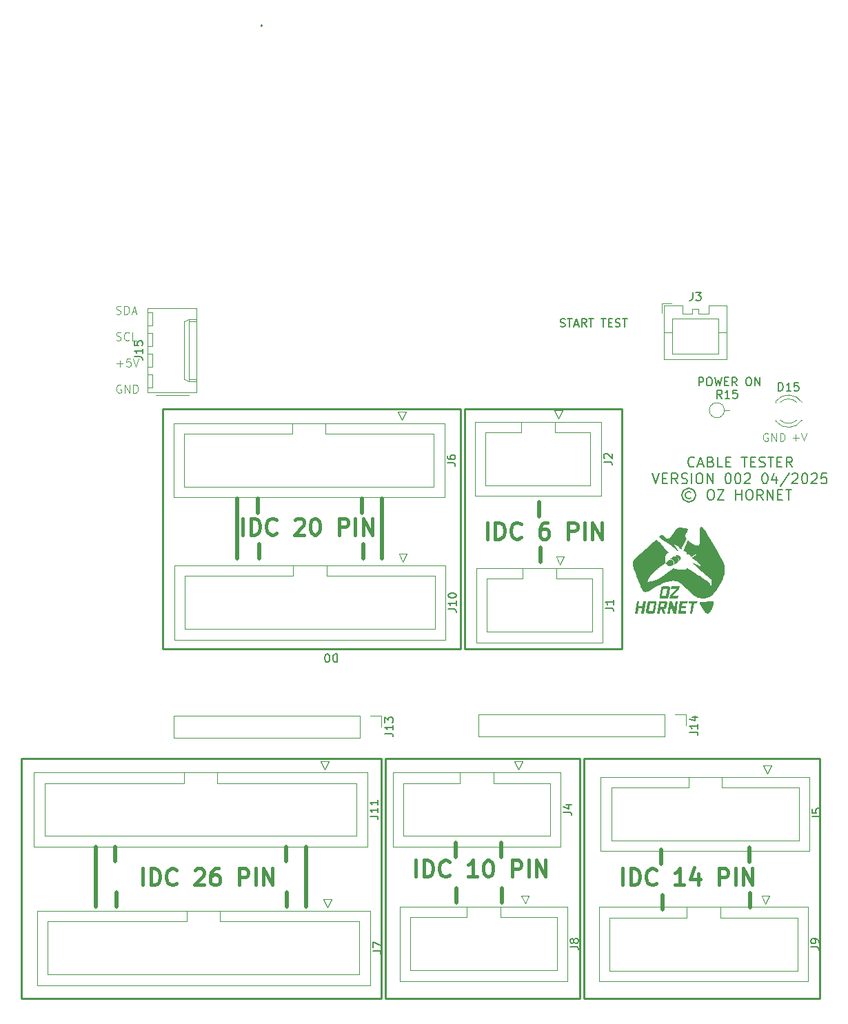
<source format=gbr>
%TF.GenerationSoftware,KiCad,Pcbnew,9.0.0*%
%TF.CreationDate,2025-04-11T05:48:34+10:00*%
%TF.ProjectId,Cable Tester,4361626c-6520-4546-9573-7465722e6b69,rev?*%
%TF.SameCoordinates,Original*%
%TF.FileFunction,Legend,Top*%
%TF.FilePolarity,Positive*%
%FSLAX46Y46*%
G04 Gerber Fmt 4.6, Leading zero omitted, Abs format (unit mm)*
G04 Created by KiCad (PCBNEW 9.0.0) date 2025-04-11 05:48:34*
%MOMM*%
%LPD*%
G01*
G04 APERTURE LIST*
%ADD10C,0.500000*%
%ADD11C,0.000000*%
%ADD12C,0.250000*%
%ADD13C,0.100000*%
%ADD14C,0.400000*%
%ADD15C,0.200000*%
%ADD16C,0.150000*%
%ADD17C,0.120000*%
G04 APERTURE END LIST*
D10*
X67902000Y-82537000D02*
X67902000Y-80765000D01*
D11*
G36*
X119254266Y-82106892D02*
G01*
X119277288Y-82108449D01*
X119300128Y-82110957D01*
X119322793Y-82114379D01*
X119345287Y-82118678D01*
X119367617Y-82123817D01*
X119389788Y-82129760D01*
X119411806Y-82136469D01*
X119433678Y-82143908D01*
X119455409Y-82152041D01*
X119477004Y-82160829D01*
X119498470Y-82170237D01*
X119519813Y-82180227D01*
X119532415Y-82186559D01*
X119544716Y-82193257D01*
X119556706Y-82200324D01*
X119568376Y-82207768D01*
X119579716Y-82215594D01*
X119590715Y-82223806D01*
X119601365Y-82232410D01*
X119611656Y-82241412D01*
X119621578Y-82250817D01*
X119631121Y-82260630D01*
X119640276Y-82270858D01*
X119649032Y-82281504D01*
X119657381Y-82292576D01*
X119665313Y-82304078D01*
X119672818Y-82316015D01*
X119679885Y-82328394D01*
X119685649Y-82339449D01*
X119690935Y-82350485D01*
X119695745Y-82361496D01*
X119700082Y-82372479D01*
X119703946Y-82383427D01*
X119707340Y-82394335D01*
X119710265Y-82405199D01*
X119712723Y-82416012D01*
X119714715Y-82426771D01*
X119716243Y-82437469D01*
X119717310Y-82448102D01*
X119717916Y-82458665D01*
X119718063Y-82469152D01*
X119717753Y-82479558D01*
X119716988Y-82489879D01*
X119715770Y-82500108D01*
X119714099Y-82510242D01*
X119711978Y-82520274D01*
X119709409Y-82530200D01*
X119706393Y-82540014D01*
X119702932Y-82549712D01*
X119699027Y-82559287D01*
X119694681Y-82568736D01*
X119689894Y-82578053D01*
X119684669Y-82587233D01*
X119679008Y-82596270D01*
X119672911Y-82605160D01*
X119666382Y-82613897D01*
X119659420Y-82622476D01*
X119652029Y-82630893D01*
X119644210Y-82639141D01*
X119635964Y-82647217D01*
X119635964Y-82646952D01*
X119623479Y-82658974D01*
X119611189Y-82671194D01*
X119586984Y-82696032D01*
X119562927Y-82721068D01*
X119550823Y-82733537D01*
X119538598Y-82745906D01*
X119511623Y-82772509D01*
X119484127Y-82799385D01*
X119426679Y-82855444D01*
X119438153Y-82823910D01*
X119447577Y-82792706D01*
X119454961Y-82761826D01*
X119460314Y-82731267D01*
X119463646Y-82701022D01*
X119464965Y-82671087D01*
X119464282Y-82641457D01*
X119461604Y-82612126D01*
X119456943Y-82583090D01*
X119450306Y-82554343D01*
X119441703Y-82525881D01*
X119431144Y-82497698D01*
X119418638Y-82469789D01*
X119404194Y-82442150D01*
X119387821Y-82414776D01*
X119369529Y-82387660D01*
X119349339Y-82361226D01*
X119328084Y-82337032D01*
X119305804Y-82314994D01*
X119282539Y-82295027D01*
X119258329Y-82277046D01*
X119233212Y-82260966D01*
X119207229Y-82246702D01*
X119180419Y-82234169D01*
X119152821Y-82223282D01*
X119124475Y-82213958D01*
X119095420Y-82206109D01*
X119065697Y-82199653D01*
X119035344Y-82194504D01*
X119004401Y-82190576D01*
X118972908Y-82187786D01*
X118940904Y-82186048D01*
X118967432Y-82173367D01*
X118994077Y-82161247D01*
X119020909Y-82149878D01*
X119047994Y-82139448D01*
X119061654Y-82134644D01*
X119075403Y-82130147D01*
X119089249Y-82125979D01*
X119103201Y-82122163D01*
X119117269Y-82118725D01*
X119131459Y-82115687D01*
X119145781Y-82113073D01*
X119160244Y-82110906D01*
X119184051Y-82108292D01*
X119207653Y-82106777D01*
X119231056Y-82106322D01*
X119254266Y-82106892D01*
G37*
G36*
X114517600Y-88356395D02*
G01*
X115003904Y-88356395D01*
X115097831Y-87762935D01*
X115408717Y-87762935D01*
X115173502Y-89252275D01*
X114862617Y-89252275D01*
X114956544Y-88656697D01*
X114470240Y-88656697D01*
X114376313Y-89252275D01*
X114065427Y-89252275D01*
X114300642Y-87762935D01*
X114611527Y-87762935D01*
X114517600Y-88356395D01*
G37*
G36*
X119794649Y-78718551D02*
G01*
X119906441Y-78732347D01*
X120018455Y-78751554D01*
X120129242Y-78774825D01*
X120237355Y-78800811D01*
X120614130Y-78904950D01*
X120473404Y-79193147D01*
X120404170Y-79333277D01*
X120333672Y-79471423D01*
X120316441Y-79506980D01*
X120301951Y-79542304D01*
X120290195Y-79577378D01*
X120281168Y-79612185D01*
X120274864Y-79646708D01*
X120271275Y-79680931D01*
X120270397Y-79714836D01*
X120272222Y-79748408D01*
X120276745Y-79781630D01*
X120283959Y-79814484D01*
X120293858Y-79846955D01*
X120306436Y-79879026D01*
X120321687Y-79910679D01*
X120339604Y-79941899D01*
X120360181Y-79972668D01*
X120383413Y-80002970D01*
X120401661Y-80023901D01*
X120420257Y-80045006D01*
X120458290Y-80087637D01*
X120439637Y-80088001D01*
X120430311Y-80088121D01*
X120420984Y-80088166D01*
X120420406Y-80088185D01*
X120419814Y-80088242D01*
X120419210Y-80088335D01*
X120418595Y-80088462D01*
X120417970Y-80088622D01*
X120417338Y-80088815D01*
X120416699Y-80089038D01*
X120416056Y-80089291D01*
X120414762Y-80089878D01*
X120413468Y-80090566D01*
X120412187Y-80091344D01*
X120410930Y-80092201D01*
X120409711Y-80093126D01*
X120408541Y-80094109D01*
X120407433Y-80095138D01*
X120406399Y-80096203D01*
X120405452Y-80097293D01*
X120404605Y-80098396D01*
X120403869Y-80099503D01*
X120403547Y-80100054D01*
X120403257Y-80100602D01*
X120161692Y-80586641D01*
X120018553Y-80876889D01*
X119860596Y-81197300D01*
X119813567Y-81293740D01*
X119766140Y-81391768D01*
X119753444Y-81380999D01*
X119741169Y-81370701D01*
X119735198Y-81365628D01*
X119729342Y-81360552D01*
X119723603Y-81355432D01*
X119717986Y-81350229D01*
X119689659Y-81323308D01*
X119661431Y-81296188D01*
X119605273Y-81241750D01*
X119511115Y-81151097D01*
X119487691Y-81128333D01*
X119464444Y-81105386D01*
X119441440Y-81082185D01*
X119418742Y-81058658D01*
X119401434Y-81041094D01*
X119383667Y-81024184D01*
X119365476Y-81007875D01*
X119346899Y-80992115D01*
X119327971Y-80976852D01*
X119308730Y-80962032D01*
X119269451Y-80933510D01*
X119229353Y-80906130D01*
X119188728Y-80879469D01*
X119107063Y-80826619D01*
X119104606Y-80825014D01*
X119102103Y-80823466D01*
X119097000Y-80820496D01*
X119086690Y-80814746D01*
X119081643Y-80811785D01*
X119079182Y-80810244D01*
X119076776Y-80808648D01*
X119074436Y-80806985D01*
X119072170Y-80805244D01*
X119069989Y-80803414D01*
X119067904Y-80801483D01*
X119065843Y-80799568D01*
X119063777Y-80797789D01*
X119061705Y-80796143D01*
X119059627Y-80794627D01*
X119057543Y-80793238D01*
X119055452Y-80791972D01*
X119053354Y-80790825D01*
X119051248Y-80789796D01*
X119049134Y-80788880D01*
X119047011Y-80788075D01*
X119044880Y-80787376D01*
X119042738Y-80786782D01*
X119040587Y-80786288D01*
X119038426Y-80785891D01*
X119034071Y-80785377D01*
X119029669Y-80785213D01*
X119025217Y-80785373D01*
X119020712Y-80785832D01*
X119016149Y-80786563D01*
X119011527Y-80787541D01*
X119006840Y-80788739D01*
X119002086Y-80790132D01*
X118997261Y-80791694D01*
X118982740Y-80796340D01*
X118968161Y-80800785D01*
X118938887Y-80809255D01*
X118880315Y-80825825D01*
X118879526Y-80826088D01*
X118878744Y-80826382D01*
X118877960Y-80826707D01*
X118877169Y-80827061D01*
X118875539Y-80827857D01*
X118873800Y-80828768D01*
X118869785Y-80830922D01*
X118867405Y-80832159D01*
X118864705Y-80833498D01*
X119389638Y-81610579D01*
X119385404Y-81615342D01*
X119303913Y-81555017D01*
X118805173Y-81183542D01*
X118377342Y-80865777D01*
X117881248Y-80498271D01*
X117503423Y-80217283D01*
X117035904Y-79870944D01*
X117036434Y-79870943D01*
X117020923Y-79859302D01*
X117013105Y-79853456D01*
X117005213Y-79847660D01*
X117040667Y-79813496D01*
X117076121Y-79779133D01*
X117107239Y-79750782D01*
X117138045Y-79725576D01*
X117168633Y-79703538D01*
X117199095Y-79684693D01*
X117214307Y-79676476D01*
X117229522Y-79669067D01*
X117244752Y-79662469D01*
X117260008Y-79656685D01*
X117275301Y-79651717D01*
X117290644Y-79647570D01*
X117306047Y-79644246D01*
X117321522Y-79641748D01*
X117337081Y-79640080D01*
X117352736Y-79639244D01*
X117368497Y-79639244D01*
X117384376Y-79640082D01*
X117400386Y-79641762D01*
X117416536Y-79644287D01*
X117432840Y-79647661D01*
X117449308Y-79651885D01*
X117465952Y-79656963D01*
X117482783Y-79662899D01*
X117499814Y-79669695D01*
X117517055Y-79677355D01*
X117552214Y-79695278D01*
X117588355Y-79716691D01*
X117633344Y-79746502D01*
X117675424Y-79776190D01*
X117751621Y-79834511D01*
X117818481Y-79890288D01*
X117877540Y-79942149D01*
X117930335Y-79988728D01*
X117978401Y-80028654D01*
X118001140Y-80045694D01*
X118023274Y-80060558D01*
X118044993Y-80073075D01*
X118066490Y-80083073D01*
X118087957Y-80090381D01*
X118109585Y-80094829D01*
X118131567Y-80096244D01*
X118154095Y-80094456D01*
X118177361Y-80089294D01*
X118201557Y-80080587D01*
X118226874Y-80068163D01*
X118253505Y-80051852D01*
X118281641Y-80031482D01*
X118311476Y-80006883D01*
X118343200Y-79977882D01*
X118377006Y-79944309D01*
X118413085Y-79905994D01*
X118451631Y-79862764D01*
X118536886Y-79760877D01*
X118677301Y-79564746D01*
X118814864Y-79366581D01*
X118949698Y-79166532D01*
X119081928Y-78964745D01*
X119109325Y-78923626D01*
X119139853Y-78886724D01*
X119173331Y-78853871D01*
X119209578Y-78824898D01*
X119248412Y-78799636D01*
X119289653Y-78777919D01*
X119333121Y-78759575D01*
X119378633Y-78744439D01*
X119426010Y-78732339D01*
X119475070Y-78723110D01*
X119525632Y-78716581D01*
X119577516Y-78712584D01*
X119684525Y-78711514D01*
X119794649Y-78718551D01*
G37*
D10*
X117446000Y-123850000D02*
X117446000Y-125622000D01*
X102486000Y-81149000D02*
X102486000Y-82921000D01*
D12*
X93206000Y-64125000D02*
X112510000Y-64125000D01*
X112510000Y-93589000D01*
X93206000Y-93589000D01*
X93206000Y-64125000D01*
D10*
X65266000Y-82537000D02*
X65266000Y-75177000D01*
X102350000Y-75561000D02*
X102350000Y-77333000D01*
X80546000Y-76949000D02*
X80546000Y-75177000D01*
D12*
X56050000Y-64125000D02*
X92626000Y-64125000D01*
X92626000Y-93589000D01*
X56050000Y-93589000D01*
X56050000Y-64125000D01*
D10*
X92182000Y-124736000D02*
X92182000Y-122964000D01*
X80682000Y-82537000D02*
X80682000Y-80765000D01*
D12*
X107794000Y-107086000D02*
X136750000Y-107086000D01*
X136750000Y-136550000D01*
X107794000Y-136550000D01*
X107794000Y-107086000D01*
D10*
X50254000Y-117884000D02*
X50254000Y-119656000D01*
X97770000Y-124736000D02*
X97770000Y-122964000D01*
X128114000Y-118014000D02*
X128114000Y-119786000D01*
X71218000Y-119656000D02*
X71218000Y-117884000D01*
X83046000Y-82537000D02*
X83046000Y-75177000D01*
D11*
G36*
X116542652Y-87763330D02*
G01*
X116556280Y-87763902D01*
X116569783Y-87764796D01*
X116583116Y-87766066D01*
X116596232Y-87767764D01*
X116609086Y-87769944D01*
X116621633Y-87772660D01*
X116633826Y-87775964D01*
X116645620Y-87779912D01*
X116656969Y-87784555D01*
X116667828Y-87789948D01*
X116678150Y-87796145D01*
X116687889Y-87803197D01*
X116697001Y-87811160D01*
X116701308Y-87815499D01*
X116705440Y-87820086D01*
X116705440Y-87820085D01*
X116711638Y-87827949D01*
X116717238Y-87836275D01*
X116722243Y-87845086D01*
X116726656Y-87854403D01*
X116730479Y-87864248D01*
X116733717Y-87874645D01*
X116736371Y-87885614D01*
X116738446Y-87897178D01*
X116739944Y-87909360D01*
X116740869Y-87922180D01*
X116741223Y-87935662D01*
X116741009Y-87949826D01*
X116740232Y-87964697D01*
X116738893Y-87980294D01*
X116736996Y-87996642D01*
X116734544Y-88013761D01*
X116575794Y-89012828D01*
X116572652Y-89031112D01*
X116569132Y-89048477D01*
X116565233Y-89064943D01*
X116560958Y-89080534D01*
X116556306Y-89095271D01*
X116551280Y-89109177D01*
X116545878Y-89122275D01*
X116540104Y-89134585D01*
X116533957Y-89146132D01*
X116527438Y-89156936D01*
X116520549Y-89167021D01*
X116513291Y-89176408D01*
X116505663Y-89185120D01*
X116497668Y-89193179D01*
X116489305Y-89200608D01*
X116480577Y-89207428D01*
X116471483Y-89213663D01*
X116462026Y-89219333D01*
X116452205Y-89224462D01*
X116442022Y-89229072D01*
X116431477Y-89233186D01*
X116420572Y-89236824D01*
X116409307Y-89240010D01*
X116397684Y-89242767D01*
X116373365Y-89247078D01*
X116347622Y-89249937D01*
X116320464Y-89251522D01*
X116291896Y-89252011D01*
X115688646Y-89252011D01*
X115660989Y-89251616D01*
X115647250Y-89251041D01*
X115633633Y-89250142D01*
X115620185Y-89248865D01*
X115606953Y-89247155D01*
X115593984Y-89244959D01*
X115581324Y-89242221D01*
X115569021Y-89238888D01*
X115557122Y-89234906D01*
X115545672Y-89230219D01*
X115534720Y-89224775D01*
X115524313Y-89218518D01*
X115514496Y-89211395D01*
X115505317Y-89203351D01*
X115500982Y-89198967D01*
X115496823Y-89194332D01*
X115490665Y-89186541D01*
X115485089Y-89178241D01*
X115480093Y-89169418D01*
X115475677Y-89160060D01*
X115471839Y-89150153D01*
X115468578Y-89139684D01*
X115465893Y-89128640D01*
X115463783Y-89117008D01*
X115462247Y-89104774D01*
X115461283Y-89091925D01*
X115460890Y-89078448D01*
X115461067Y-89064331D01*
X115461813Y-89049559D01*
X115463127Y-89034120D01*
X115465008Y-89018000D01*
X115467454Y-89001187D01*
X115475358Y-88951445D01*
X115786542Y-88951445D01*
X116246652Y-88951445D01*
X116252994Y-88951432D01*
X116260278Y-88951345D01*
X116263980Y-88951251D01*
X116267563Y-88951110D01*
X116270910Y-88950913D01*
X116273905Y-88950651D01*
X116274314Y-88948998D01*
X116274752Y-88947005D01*
X116275221Y-88944651D01*
X116275723Y-88941920D01*
X116276263Y-88938791D01*
X116276844Y-88935247D01*
X116277468Y-88931269D01*
X116278138Y-88926838D01*
X116413340Y-88078320D01*
X116414365Y-88069522D01*
X116414791Y-88065893D01*
X116415192Y-88062709D01*
X116399582Y-88062709D01*
X116399581Y-88063237D01*
X115956933Y-88063237D01*
X115950319Y-88063254D01*
X115942514Y-88063370D01*
X115938599Y-88063496D01*
X115934907Y-88063684D01*
X115931612Y-88063947D01*
X115930168Y-88064110D01*
X115928887Y-88064296D01*
X115928443Y-88065582D01*
X115927908Y-88067293D01*
X115927292Y-88069482D01*
X115926606Y-88072200D01*
X115926238Y-88073775D01*
X115925857Y-88075502D01*
X115925462Y-88077388D01*
X115925055Y-88079440D01*
X115924638Y-88081663D01*
X115924210Y-88084065D01*
X115923775Y-88086653D01*
X115923331Y-88089432D01*
X115788129Y-88936364D01*
X115787584Y-88940989D01*
X115787137Y-88944995D01*
X115786790Y-88948455D01*
X115786542Y-88951445D01*
X115475358Y-88951445D01*
X115626204Y-88002120D01*
X115629348Y-87983835D01*
X115632875Y-87966470D01*
X115636785Y-87950004D01*
X115641076Y-87934413D01*
X115645748Y-87919676D01*
X115650799Y-87905770D01*
X115656228Y-87892672D01*
X115662035Y-87880362D01*
X115668218Y-87868815D01*
X115674776Y-87858011D01*
X115681708Y-87847926D01*
X115689014Y-87838539D01*
X115696692Y-87829827D01*
X115704742Y-87821767D01*
X115713161Y-87814339D01*
X115721950Y-87807518D01*
X115731107Y-87801284D01*
X115740632Y-87795613D01*
X115750522Y-87790484D01*
X115760777Y-87785874D01*
X115771397Y-87781761D01*
X115782380Y-87778122D01*
X115793725Y-87774936D01*
X115805431Y-87772180D01*
X115829921Y-87767868D01*
X115855844Y-87765009D01*
X115883191Y-87763425D01*
X115911954Y-87762936D01*
X116515204Y-87762936D01*
X116542652Y-87763330D01*
G37*
G36*
X121702625Y-88063237D02*
G01*
X121336177Y-88063237D01*
X121148058Y-89252274D01*
X120837174Y-89252274D01*
X121025292Y-88063237D01*
X120659109Y-88063237D01*
X120706204Y-87762934D01*
X121749721Y-87762934D01*
X121702625Y-88063237D01*
G37*
G36*
X118174867Y-85934529D02*
G01*
X118188495Y-85935101D01*
X118201998Y-85935995D01*
X118215330Y-85937265D01*
X118228447Y-85938963D01*
X118241301Y-85941143D01*
X118253848Y-85943858D01*
X118266041Y-85947163D01*
X118277835Y-85951111D01*
X118289184Y-85955754D01*
X118300042Y-85961147D01*
X118310364Y-85967343D01*
X118320104Y-85974396D01*
X118329216Y-85982358D01*
X118333522Y-85986698D01*
X118337655Y-85991285D01*
X118343853Y-85999148D01*
X118349453Y-86007474D01*
X118354458Y-86016285D01*
X118358871Y-86025602D01*
X118362694Y-86035448D01*
X118365932Y-86045844D01*
X118368587Y-86056814D01*
X118370661Y-86068378D01*
X118372160Y-86080559D01*
X118373084Y-86093380D01*
X118373438Y-86106861D01*
X118373225Y-86121026D01*
X118372447Y-86135896D01*
X118371108Y-86151494D01*
X118369211Y-86167841D01*
X118366759Y-86184960D01*
X118208009Y-87184027D01*
X118204868Y-87202311D01*
X118201347Y-87219676D01*
X118197449Y-87236142D01*
X118193173Y-87251733D01*
X118188522Y-87266471D01*
X118183495Y-87280377D01*
X118178094Y-87293474D01*
X118172319Y-87305785D01*
X118166172Y-87317331D01*
X118159654Y-87328136D01*
X118152765Y-87338220D01*
X118145506Y-87347608D01*
X118137878Y-87356320D01*
X118129883Y-87364379D01*
X118121521Y-87371808D01*
X118112792Y-87378628D01*
X118103699Y-87384862D01*
X118094241Y-87390533D01*
X118084420Y-87395662D01*
X118074237Y-87400272D01*
X118063692Y-87404385D01*
X118052787Y-87408024D01*
X118041522Y-87411210D01*
X118029899Y-87413967D01*
X118005580Y-87418278D01*
X117979838Y-87421137D01*
X117952679Y-87422722D01*
X117924111Y-87423210D01*
X117320861Y-87423210D01*
X117293205Y-87422816D01*
X117279466Y-87422241D01*
X117265849Y-87421342D01*
X117252401Y-87420065D01*
X117239169Y-87418355D01*
X117226199Y-87416158D01*
X117213540Y-87413421D01*
X117201237Y-87410088D01*
X117189337Y-87406106D01*
X117177888Y-87401419D01*
X117166936Y-87395975D01*
X117156528Y-87389718D01*
X117146711Y-87382595D01*
X117137532Y-87374551D01*
X117133197Y-87370166D01*
X117129038Y-87365531D01*
X117122880Y-87357740D01*
X117117304Y-87349440D01*
X117112308Y-87340617D01*
X117107892Y-87331259D01*
X117104054Y-87321352D01*
X117100793Y-87310883D01*
X117098108Y-87299839D01*
X117095998Y-87288206D01*
X117094461Y-87275972D01*
X117093497Y-87263124D01*
X117093105Y-87249647D01*
X117093282Y-87235529D01*
X117094028Y-87220758D01*
X117095342Y-87205318D01*
X117097223Y-87189199D01*
X117099669Y-87172385D01*
X117107615Y-87122379D01*
X117419021Y-87122379D01*
X117436484Y-87122379D01*
X117436484Y-87122908D01*
X117879131Y-87122908D01*
X117885473Y-87122895D01*
X117892757Y-87122808D01*
X117896458Y-87122714D01*
X117900042Y-87122573D01*
X117903389Y-87122376D01*
X117906384Y-87122113D01*
X117906793Y-87120461D01*
X117907231Y-87118467D01*
X117907700Y-87116114D01*
X117908202Y-87113382D01*
X117908742Y-87110254D01*
X117909323Y-87106710D01*
X117909947Y-87102732D01*
X117910617Y-87098301D01*
X118045819Y-86249782D01*
X118046844Y-86240985D01*
X118047270Y-86237355D01*
X118047671Y-86234172D01*
X117589413Y-86234172D01*
X117582799Y-86234189D01*
X117574993Y-86234305D01*
X117571078Y-86234431D01*
X117567387Y-86234619D01*
X117564092Y-86234881D01*
X117562648Y-86235044D01*
X117561368Y-86235231D01*
X117560923Y-86236517D01*
X117560388Y-86238228D01*
X117559772Y-86240416D01*
X117559086Y-86243135D01*
X117558718Y-86244709D01*
X117558337Y-86246436D01*
X117557942Y-86248322D01*
X117557535Y-86250374D01*
X117557118Y-86252597D01*
X117556690Y-86255000D01*
X117556254Y-86257587D01*
X117555811Y-86260366D01*
X117420609Y-87107298D01*
X117420063Y-87111924D01*
X117419617Y-87115930D01*
X117419269Y-87119390D01*
X117419021Y-87122379D01*
X117107615Y-87122379D01*
X117258419Y-86173318D01*
X117261563Y-86155033D01*
X117265090Y-86137669D01*
X117269000Y-86121202D01*
X117273291Y-86105612D01*
X117277963Y-86090874D01*
X117283014Y-86076968D01*
X117288443Y-86063871D01*
X117294250Y-86051560D01*
X117300432Y-86040014D01*
X117306991Y-86029210D01*
X117313923Y-86019125D01*
X117321229Y-86009738D01*
X117328907Y-86001026D01*
X117336957Y-85992966D01*
X117345376Y-85985538D01*
X117354165Y-85978717D01*
X117363322Y-85972483D01*
X117372846Y-85966812D01*
X117382737Y-85961683D01*
X117392992Y-85957073D01*
X117403612Y-85952960D01*
X117414595Y-85949321D01*
X117425940Y-85946135D01*
X117437645Y-85943379D01*
X117462136Y-85939067D01*
X117488059Y-85936208D01*
X117515407Y-85934624D01*
X117544169Y-85934135D01*
X118147419Y-85934135D01*
X118174867Y-85934529D01*
G37*
D10*
X117310000Y-118262000D02*
X117310000Y-120034000D01*
D12*
X83410000Y-107086000D02*
X107286000Y-107086000D01*
X107286000Y-136550000D01*
X83410000Y-136550000D01*
X83410000Y-107086000D01*
D10*
X97634000Y-119148000D02*
X97634000Y-117376000D01*
X67766000Y-76949000D02*
X67766000Y-75177000D01*
D11*
G36*
X123566462Y-87730970D02*
G01*
X123580992Y-87732262D01*
X123594810Y-87734259D01*
X123607918Y-87736970D01*
X123620317Y-87740404D01*
X123632012Y-87744570D01*
X123643004Y-87749476D01*
X123653296Y-87755132D01*
X123662890Y-87761546D01*
X123671789Y-87768728D01*
X123679995Y-87776686D01*
X123687510Y-87785429D01*
X123694338Y-87794966D01*
X123700480Y-87805307D01*
X123705939Y-87816459D01*
X123710718Y-87828432D01*
X123714819Y-87841235D01*
X123718244Y-87854877D01*
X123720996Y-87869367D01*
X123723077Y-87884712D01*
X123724491Y-87900924D01*
X123725239Y-87918010D01*
X123725323Y-87935979D01*
X123724747Y-87954840D01*
X123723512Y-87974602D01*
X123715358Y-88059255D01*
X123704079Y-88142736D01*
X123689659Y-88225013D01*
X123672080Y-88306055D01*
X123651324Y-88385830D01*
X123627374Y-88464307D01*
X123600213Y-88541455D01*
X123569822Y-88617242D01*
X123536186Y-88691637D01*
X123499286Y-88764608D01*
X123459104Y-88836124D01*
X123415624Y-88906154D01*
X123368828Y-88974666D01*
X123318698Y-89041630D01*
X123265218Y-89107012D01*
X123208369Y-89170783D01*
X123194976Y-89184799D01*
X123181728Y-89197879D01*
X123168616Y-89210024D01*
X123155631Y-89221238D01*
X123142761Y-89231522D01*
X123129999Y-89240880D01*
X123117333Y-89249314D01*
X123104756Y-89256826D01*
X123092256Y-89263419D01*
X123079824Y-89269096D01*
X123067451Y-89273859D01*
X123055127Y-89277711D01*
X123042843Y-89280654D01*
X123030588Y-89282691D01*
X123018353Y-89283825D01*
X123006128Y-89284057D01*
X122993905Y-89283392D01*
X122981672Y-89281830D01*
X122969421Y-89279375D01*
X122957142Y-89276029D01*
X122944825Y-89271796D01*
X122932460Y-89266676D01*
X122920039Y-89260674D01*
X122907550Y-89253792D01*
X122894986Y-89246031D01*
X122882335Y-89237395D01*
X122869589Y-89227887D01*
X122856737Y-89217508D01*
X122843771Y-89206262D01*
X122830680Y-89194151D01*
X122804086Y-89167343D01*
X122737396Y-89094163D01*
X122672082Y-89017829D01*
X122608315Y-88938990D01*
X122546270Y-88858294D01*
X122486117Y-88776388D01*
X122428029Y-88693921D01*
X122318740Y-88529896D01*
X122219783Y-88371402D01*
X122132536Y-88223624D01*
X122058380Y-88091746D01*
X121998694Y-87980951D01*
X121995523Y-87974390D01*
X121992851Y-87967766D01*
X121990665Y-87961098D01*
X121988955Y-87954401D01*
X121987712Y-87947696D01*
X121986923Y-87940998D01*
X121986579Y-87934327D01*
X121986668Y-87927700D01*
X121987180Y-87921134D01*
X121988104Y-87914648D01*
X121989429Y-87908258D01*
X121991145Y-87901984D01*
X121993242Y-87895843D01*
X121995707Y-87889852D01*
X121998531Y-87884029D01*
X122001703Y-87878392D01*
X122005213Y-87872960D01*
X122009048Y-87867748D01*
X122013200Y-87862777D01*
X122017656Y-87858062D01*
X122022407Y-87853623D01*
X122027442Y-87849476D01*
X122032749Y-87845640D01*
X122038319Y-87842132D01*
X122044141Y-87838970D01*
X122050203Y-87836172D01*
X122056495Y-87833756D01*
X122063007Y-87831739D01*
X122069727Y-87830140D01*
X122076645Y-87828975D01*
X122083751Y-87828264D01*
X122091033Y-87828022D01*
X122381616Y-87825604D01*
X122557084Y-87821441D01*
X122742272Y-87814430D01*
X122929382Y-87803908D01*
X123110617Y-87789216D01*
X123278179Y-87769693D01*
X123354395Y-87757913D01*
X123424268Y-87744679D01*
X123424269Y-87744944D01*
X123464177Y-87737523D01*
X123501165Y-87732674D01*
X123518571Y-87731235D01*
X123535254Y-87730465D01*
X123551216Y-87730374D01*
X123566462Y-87730970D01*
G37*
G36*
X122275764Y-78636648D02*
G01*
X122320298Y-78655647D01*
X122369354Y-78686523D01*
X122423129Y-78729970D01*
X122481822Y-78786682D01*
X122790195Y-79251171D01*
X123084481Y-79724964D01*
X123368554Y-80205511D01*
X123646287Y-80690259D01*
X124198220Y-81662153D01*
X124480166Y-82144194D01*
X124771262Y-82620229D01*
X124770734Y-82619173D01*
X124839744Y-82740170D01*
X124901000Y-82861677D01*
X124954616Y-82983714D01*
X125000706Y-83106299D01*
X125039387Y-83229454D01*
X125070771Y-83353197D01*
X125094975Y-83477549D01*
X125112112Y-83602529D01*
X125122298Y-83728158D01*
X125125647Y-83854454D01*
X125122275Y-83981437D01*
X125112294Y-84109128D01*
X125095821Y-84237546D01*
X125072970Y-84366711D01*
X125043856Y-84496642D01*
X125008594Y-84627360D01*
X124954591Y-84800202D01*
X124895252Y-84967743D01*
X124830688Y-85130357D01*
X124761014Y-85288417D01*
X124686344Y-85442295D01*
X124606791Y-85592366D01*
X124522468Y-85739001D01*
X124433489Y-85882576D01*
X124339968Y-86023462D01*
X124242018Y-86162033D01*
X124139753Y-86298663D01*
X124033286Y-86433724D01*
X123922731Y-86567589D01*
X123808202Y-86700633D01*
X123689811Y-86833228D01*
X123567674Y-86965747D01*
X123482225Y-87048798D01*
X123389269Y-87123663D01*
X123289515Y-87190258D01*
X123183673Y-87248496D01*
X123072450Y-87298291D01*
X122956558Y-87339557D01*
X122836704Y-87372208D01*
X122713599Y-87396158D01*
X122587951Y-87411321D01*
X122460470Y-87417611D01*
X122331865Y-87414942D01*
X122202846Y-87403227D01*
X122074120Y-87382382D01*
X121946399Y-87352319D01*
X121820391Y-87312953D01*
X121696805Y-87264197D01*
X121660425Y-87247886D01*
X121624150Y-87230810D01*
X121588031Y-87212975D01*
X121552124Y-87194393D01*
X121516481Y-87175071D01*
X121481158Y-87155018D01*
X121446208Y-87134244D01*
X121411684Y-87112756D01*
X121377641Y-87090565D01*
X121344132Y-87067680D01*
X121311212Y-87044108D01*
X121278934Y-87019859D01*
X121247352Y-86994942D01*
X121216519Y-86969365D01*
X121186491Y-86943138D01*
X121157321Y-86916270D01*
X121005263Y-86772136D01*
X120856006Y-86632947D01*
X120563099Y-86361803D01*
X120418056Y-86226047D01*
X120273021Y-86087633D01*
X120127298Y-85944661D01*
X119980189Y-85795231D01*
X119891679Y-85703692D01*
X119800249Y-85621834D01*
X119706082Y-85549328D01*
X119609362Y-85485843D01*
X119510270Y-85431050D01*
X119408991Y-85384618D01*
X119305706Y-85346217D01*
X119200599Y-85315517D01*
X119093851Y-85292187D01*
X118985647Y-85275899D01*
X118876168Y-85266321D01*
X118765598Y-85263124D01*
X118654120Y-85265977D01*
X118541915Y-85274550D01*
X118429167Y-85288514D01*
X118316059Y-85307538D01*
X118089494Y-85359445D01*
X117863680Y-85427631D01*
X117640082Y-85509454D01*
X117420160Y-85602275D01*
X117205377Y-85703452D01*
X116997196Y-85810344D01*
X116797078Y-85920311D01*
X116606487Y-86030710D01*
X116076428Y-86355188D01*
X115941099Y-86431355D01*
X115872397Y-86467149D01*
X115802853Y-86501044D01*
X115732355Y-86532757D01*
X115660793Y-86562008D01*
X115588052Y-86588516D01*
X115514023Y-86611999D01*
X115471438Y-86622736D01*
X115451067Y-86627103D01*
X115431285Y-86630789D01*
X115412071Y-86633785D01*
X115393405Y-86636081D01*
X115375267Y-86637670D01*
X115357638Y-86638540D01*
X115340496Y-86638684D01*
X115323824Y-86638091D01*
X115307600Y-86636752D01*
X115291804Y-86634658D01*
X115276417Y-86631800D01*
X115261418Y-86628169D01*
X115246788Y-86623754D01*
X115232506Y-86618548D01*
X115218553Y-86612539D01*
X115204909Y-86605720D01*
X115191554Y-86598081D01*
X115178467Y-86589613D01*
X115165629Y-86580306D01*
X115153020Y-86570151D01*
X115140620Y-86559138D01*
X115128409Y-86547259D01*
X115116367Y-86534504D01*
X115104474Y-86520864D01*
X115092710Y-86506329D01*
X115081055Y-86490890D01*
X115069489Y-86474538D01*
X115057993Y-86457264D01*
X115046545Y-86439058D01*
X115035127Y-86419912D01*
X114992427Y-86345535D01*
X114950502Y-86270637D01*
X114909432Y-86195218D01*
X114869299Y-86119279D01*
X114830183Y-86042818D01*
X114792165Y-85965837D01*
X114755325Y-85888335D01*
X114719744Y-85810311D01*
X114589618Y-85511662D01*
X114464950Y-85211026D01*
X114345739Y-84908399D01*
X114231984Y-84603778D01*
X114123687Y-84297161D01*
X114020847Y-83988543D01*
X113923464Y-83677923D01*
X113831537Y-83365296D01*
X113815428Y-83301706D01*
X113809053Y-83270539D01*
X113803793Y-83239780D01*
X113799644Y-83209423D01*
X113796603Y-83179460D01*
X113794666Y-83149883D01*
X113793830Y-83120685D01*
X113794091Y-83091859D01*
X113795446Y-83063397D01*
X113797891Y-83035292D01*
X113801423Y-83007537D01*
X113806038Y-82980123D01*
X113811732Y-82953045D01*
X113818502Y-82926293D01*
X113826345Y-82899861D01*
X113835257Y-82873742D01*
X113845234Y-82847928D01*
X113856273Y-82822411D01*
X113868370Y-82797184D01*
X113881522Y-82772240D01*
X113895725Y-82747571D01*
X113910976Y-82723171D01*
X113927271Y-82699030D01*
X113962980Y-82651502D01*
X114002823Y-82604926D01*
X114046771Y-82559244D01*
X114094798Y-82514397D01*
X115395489Y-81347584D01*
X116040651Y-80758522D01*
X116360482Y-80461015D01*
X116677925Y-80160928D01*
X116748271Y-80233324D01*
X116818418Y-80305919D01*
X116851500Y-80340551D01*
X116884432Y-80375406D01*
X116917166Y-80410508D01*
X116949652Y-80445884D01*
X116952440Y-80448819D01*
X116955256Y-80451570D01*
X116958106Y-80454129D01*
X116961000Y-80456492D01*
X116963945Y-80458654D01*
X116966948Y-80460609D01*
X116970020Y-80462351D01*
X116973167Y-80463876D01*
X116976397Y-80465177D01*
X116979720Y-80466250D01*
X116983142Y-80467088D01*
X116986673Y-80467687D01*
X116990320Y-80468041D01*
X116994091Y-80468145D01*
X116997995Y-80467993D01*
X117002039Y-80467580D01*
X117006577Y-80467054D01*
X117010971Y-80466770D01*
X117015230Y-80466733D01*
X117019365Y-80466952D01*
X117023388Y-80467430D01*
X117027307Y-80468175D01*
X117031135Y-80469193D01*
X117034881Y-80470490D01*
X117038555Y-80472073D01*
X117042168Y-80473946D01*
X117045732Y-80476118D01*
X117049255Y-80478593D01*
X117052749Y-80481379D01*
X117056223Y-80484480D01*
X117059690Y-80487904D01*
X117063158Y-80491657D01*
X117090087Y-80521867D01*
X117117261Y-80551813D01*
X117172133Y-80611150D01*
X117282498Y-80729253D01*
X117374672Y-80829299D01*
X117466648Y-80929542D01*
X117655296Y-81134595D01*
X117842091Y-81337795D01*
X118082068Y-81598409D01*
X118162303Y-81686780D01*
X118242935Y-81775944D01*
X118236019Y-81787666D01*
X118232519Y-81793274D01*
X118228933Y-81798678D01*
X118225218Y-81803851D01*
X118221332Y-81808766D01*
X118217231Y-81813396D01*
X118212872Y-81817715D01*
X118208212Y-81821697D01*
X118205756Y-81823552D01*
X118203209Y-81825313D01*
X118200565Y-81826977D01*
X118197819Y-81828539D01*
X118194965Y-81829996D01*
X118191999Y-81831346D01*
X118188914Y-81832584D01*
X118185706Y-81833708D01*
X118182369Y-81834714D01*
X118178897Y-81835598D01*
X118175286Y-81836358D01*
X118171530Y-81836990D01*
X118167623Y-81837491D01*
X118163560Y-81837857D01*
X118158250Y-81838441D01*
X118152937Y-81839381D01*
X118147627Y-81840649D01*
X118142323Y-81842214D01*
X118137030Y-81844050D01*
X118131753Y-81846126D01*
X118126494Y-81848415D01*
X118121260Y-81850888D01*
X118116053Y-81853515D01*
X118110878Y-81856269D01*
X118100643Y-81862042D01*
X118080745Y-81873840D01*
X118060900Y-81886379D01*
X118042111Y-81899759D01*
X118024331Y-81913941D01*
X118007514Y-81928886D01*
X117991611Y-81944555D01*
X117976575Y-81960909D01*
X117962359Y-81977909D01*
X117948917Y-81995516D01*
X117936200Y-82013689D01*
X117924161Y-82032391D01*
X117912753Y-82051582D01*
X117901928Y-82071224D01*
X117891640Y-82091276D01*
X117881842Y-82111699D01*
X117872485Y-82132455D01*
X117863522Y-82153505D01*
X117851004Y-82185646D01*
X117839772Y-82218146D01*
X117829724Y-82250969D01*
X117820759Y-82284077D01*
X117812773Y-82317433D01*
X117805665Y-82351000D01*
X117799332Y-82384741D01*
X117793672Y-82418618D01*
X117790890Y-82437813D01*
X117788629Y-82457090D01*
X117786789Y-82476428D01*
X117785272Y-82495810D01*
X117780443Y-82573399D01*
X117778637Y-82601817D01*
X117777103Y-82630285D01*
X117776586Y-82644521D01*
X117776313Y-82658752D01*
X117776345Y-82672970D01*
X117776739Y-82687170D01*
X117778912Y-82729303D01*
X117781874Y-82771324D01*
X117785939Y-82813171D01*
X117791423Y-82854783D01*
X117794797Y-82875482D01*
X117798645Y-82896098D01*
X117803005Y-82916624D01*
X117807919Y-82937052D01*
X117813424Y-82957375D01*
X117819561Y-82977585D01*
X117826370Y-82997674D01*
X117833889Y-83017635D01*
X117835957Y-83022466D01*
X117838180Y-83027263D01*
X117840540Y-83032066D01*
X117843017Y-83036916D01*
X117848251Y-83046916D01*
X117850970Y-83052147D01*
X117853733Y-83057586D01*
X117796947Y-83097604D01*
X117739168Y-83138020D01*
X117511296Y-83296869D01*
X117283820Y-83456313D01*
X117126526Y-83568364D01*
X117048374Y-83625159D01*
X116970818Y-83682796D01*
X116906000Y-83732224D01*
X116841801Y-83782544D01*
X116778346Y-83833857D01*
X116746937Y-83859917D01*
X116715760Y-83886261D01*
X116639618Y-83952134D01*
X116564220Y-84018950D01*
X116414664Y-84154020D01*
X116378131Y-84187774D01*
X116360031Y-84204839D01*
X116342069Y-84222050D01*
X116324269Y-84239422D01*
X116306652Y-84256971D01*
X116289240Y-84274712D01*
X116272054Y-84292661D01*
X116216466Y-84352198D01*
X116161917Y-84412613D01*
X116108552Y-84474013D01*
X116056518Y-84536508D01*
X116005959Y-84600206D01*
X115957022Y-84665215D01*
X115909852Y-84731645D01*
X115864596Y-84799603D01*
X115828148Y-84858051D01*
X115793481Y-84917342D01*
X115760686Y-84977527D01*
X115729857Y-85038654D01*
X115701086Y-85100773D01*
X115674468Y-85163934D01*
X115650094Y-85228187D01*
X115628058Y-85293580D01*
X115625459Y-85302033D01*
X115622990Y-85310551D01*
X115618269Y-85327943D01*
X115608479Y-85365282D01*
X115652598Y-85365646D01*
X115673443Y-85365617D01*
X115683713Y-85365409D01*
X115693940Y-85365018D01*
X115717748Y-85363629D01*
X115741531Y-85361843D01*
X115765265Y-85359660D01*
X115788925Y-85357080D01*
X115900116Y-85344909D01*
X115955612Y-85338179D01*
X115983292Y-85334436D01*
X116010910Y-85330358D01*
X116068458Y-85320731D01*
X116125615Y-85309551D01*
X116182388Y-85296876D01*
X116238783Y-85282766D01*
X116294805Y-85267279D01*
X116350462Y-85250474D01*
X116405759Y-85232411D01*
X116460702Y-85213147D01*
X116534541Y-85185684D01*
X116571295Y-85171415D01*
X116607909Y-85156758D01*
X116644362Y-85141692D01*
X116680633Y-85126195D01*
X116716698Y-85110245D01*
X116752537Y-85093821D01*
X116837940Y-85053359D01*
X116880464Y-85032610D01*
X116922796Y-85011435D01*
X116964881Y-84989777D01*
X117006661Y-84967577D01*
X117048082Y-84944774D01*
X117089087Y-84921312D01*
X117138824Y-84891938D01*
X117188231Y-84861991D01*
X117237329Y-84831517D01*
X117286136Y-84800563D01*
X117382948Y-84737397D01*
X117478818Y-84672868D01*
X117526730Y-84639723D01*
X117574275Y-84606048D01*
X117668591Y-84537567D01*
X117856379Y-84399289D01*
X118186844Y-84158783D01*
X118491644Y-83935739D01*
X118624167Y-83838703D01*
X118756491Y-83741270D01*
X118758762Y-83739693D01*
X118761013Y-83738329D01*
X118763250Y-83737167D01*
X118765479Y-83736197D01*
X118767704Y-83735409D01*
X118769932Y-83734791D01*
X118772168Y-83734334D01*
X118774417Y-83734027D01*
X118776684Y-83733859D01*
X118778976Y-83733821D01*
X118781297Y-83733901D01*
X118783652Y-83734089D01*
X118786049Y-83734375D01*
X118788490Y-83734748D01*
X118790983Y-83735198D01*
X118793533Y-83735714D01*
X119096117Y-83797428D01*
X119398900Y-83857951D01*
X119415715Y-83861109D01*
X119432613Y-83863871D01*
X119449580Y-83866285D01*
X119466600Y-83868402D01*
X119483657Y-83870271D01*
X119500735Y-83871941D01*
X119534895Y-83874884D01*
X119599193Y-83879866D01*
X119663516Y-83884376D01*
X119727888Y-83888241D01*
X119792335Y-83891288D01*
X119810999Y-83891749D01*
X119829682Y-83891797D01*
X119848378Y-83891516D01*
X119867080Y-83890991D01*
X119941824Y-83888113D01*
X119994080Y-83886658D01*
X120007174Y-83886155D01*
X120020257Y-83885509D01*
X120033314Y-83884677D01*
X120046335Y-83883615D01*
X120088625Y-83879406D01*
X120130712Y-83874301D01*
X120172513Y-83867974D01*
X120193281Y-83864251D01*
X120213948Y-83860101D01*
X120234503Y-83855482D01*
X120254937Y-83850354D01*
X120275238Y-83844677D01*
X120295398Y-83838409D01*
X120315406Y-83831510D01*
X120335252Y-83823940D01*
X120354926Y-83815658D01*
X120374418Y-83806622D01*
X120376250Y-83805704D01*
X120378074Y-83804739D01*
X120379886Y-83803728D01*
X120381686Y-83802674D01*
X120383470Y-83801577D01*
X120385236Y-83800441D01*
X120386982Y-83799266D01*
X120388706Y-83798056D01*
X120390404Y-83796811D01*
X120392076Y-83795534D01*
X120393718Y-83794228D01*
X120395328Y-83792892D01*
X120396905Y-83791531D01*
X120398444Y-83790145D01*
X120399945Y-83788736D01*
X120401405Y-83787307D01*
X120427744Y-83761415D01*
X120453958Y-83735350D01*
X120480024Y-83709135D01*
X120505916Y-83682797D01*
X120507428Y-83681273D01*
X120508897Y-83679881D01*
X120510334Y-83678631D01*
X120511753Y-83677530D01*
X120513166Y-83676587D01*
X120513874Y-83676178D01*
X120514585Y-83675811D01*
X120515301Y-83675488D01*
X120516023Y-83675210D01*
X120516752Y-83674978D01*
X120517491Y-83674793D01*
X120518241Y-83674656D01*
X120519003Y-83674568D01*
X120519779Y-83674531D01*
X120520571Y-83674544D01*
X120521380Y-83674610D01*
X120522207Y-83674729D01*
X120523055Y-83674903D01*
X120523924Y-83675132D01*
X120524816Y-83675418D01*
X120525733Y-83675762D01*
X120526677Y-83676164D01*
X120527649Y-83676626D01*
X120528649Y-83677149D01*
X120529681Y-83677733D01*
X120530746Y-83678381D01*
X120531844Y-83679093D01*
X120946182Y-83951614D01*
X121435133Y-84272288D01*
X121795760Y-84509090D01*
X122171732Y-84754888D01*
X122225641Y-84790475D01*
X122252695Y-84808094D01*
X122266290Y-84816752D01*
X122279947Y-84825267D01*
X122283178Y-84827316D01*
X122286212Y-84829401D01*
X122289033Y-84831535D01*
X122291622Y-84833730D01*
X122293963Y-84835998D01*
X122295036Y-84837163D01*
X122296039Y-84838350D01*
X122296973Y-84839562D01*
X122297833Y-84840800D01*
X122298619Y-84842065D01*
X122299328Y-84843358D01*
X122299958Y-84844682D01*
X122300507Y-84846038D01*
X122300972Y-84847427D01*
X122301352Y-84848850D01*
X122301644Y-84850310D01*
X122301847Y-84851807D01*
X122301957Y-84853344D01*
X122301974Y-84854921D01*
X122301895Y-84856541D01*
X122301717Y-84858205D01*
X122301439Y-84859913D01*
X122301058Y-84861669D01*
X122300573Y-84863473D01*
X122299981Y-84865326D01*
X122299280Y-84867231D01*
X122298468Y-84869188D01*
X122297887Y-84870581D01*
X122297384Y-84871934D01*
X122296957Y-84873248D01*
X122296605Y-84874523D01*
X122296327Y-84875763D01*
X122296120Y-84876967D01*
X122295984Y-84878137D01*
X122295917Y-84879275D01*
X122295918Y-84880383D01*
X122295986Y-84881460D01*
X122296118Y-84882509D01*
X122296315Y-84883531D01*
X122296573Y-84884528D01*
X122296892Y-84885501D01*
X122297271Y-84886450D01*
X122297707Y-84887378D01*
X122298200Y-84888286D01*
X122298749Y-84889175D01*
X122299351Y-84890047D01*
X122300005Y-84890903D01*
X122300711Y-84891743D01*
X122301466Y-84892571D01*
X122302269Y-84893386D01*
X122303119Y-84894191D01*
X122304953Y-84895774D01*
X122306958Y-84897331D01*
X122309122Y-84898872D01*
X122311433Y-84900409D01*
X122845097Y-85250453D01*
X123185087Y-85474025D01*
X123219235Y-85496974D01*
X123253284Y-85520096D01*
X123270395Y-85531497D01*
X123287630Y-85542672D01*
X123305039Y-85553531D01*
X123322671Y-85563983D01*
X123324864Y-85565283D01*
X123326932Y-85566604D01*
X123328878Y-85567945D01*
X123330705Y-85569307D01*
X123332416Y-85570691D01*
X123334015Y-85572096D01*
X123335504Y-85573523D01*
X123336888Y-85574972D01*
X123338169Y-85576444D01*
X123339350Y-85577938D01*
X123340435Y-85579456D01*
X123341428Y-85580997D01*
X123342330Y-85582561D01*
X123343146Y-85584150D01*
X123343879Y-85585762D01*
X123344532Y-85587400D01*
X123345610Y-85590749D01*
X123346408Y-85594199D01*
X123346951Y-85597754D01*
X123347264Y-85601414D01*
X123347375Y-85605183D01*
X123347308Y-85609063D01*
X123347091Y-85613056D01*
X123346748Y-85617165D01*
X123345777Y-85626789D01*
X123344689Y-85636413D01*
X123342382Y-85655662D01*
X123341275Y-85665286D01*
X123340274Y-85674911D01*
X123339434Y-85684535D01*
X123338811Y-85694159D01*
X123336930Y-85727183D01*
X123335272Y-85760305D01*
X123334720Y-85776872D01*
X123334457Y-85793427D01*
X123334560Y-85809958D01*
X123335106Y-85826451D01*
X123335381Y-85831274D01*
X123335805Y-85836117D01*
X123336371Y-85840974D01*
X123337074Y-85845840D01*
X123337907Y-85850708D01*
X123338864Y-85855575D01*
X123339939Y-85860433D01*
X123341125Y-85865278D01*
X123342417Y-85870105D01*
X123343808Y-85874908D01*
X123346863Y-85884420D01*
X123350241Y-85893770D01*
X123353891Y-85902916D01*
X123355130Y-85905729D01*
X123356415Y-85908366D01*
X123357743Y-85910826D01*
X123359112Y-85913109D01*
X123360520Y-85915215D01*
X123361963Y-85917144D01*
X123363441Y-85918895D01*
X123364950Y-85920469D01*
X123366488Y-85921866D01*
X123368053Y-85923085D01*
X123369642Y-85924126D01*
X123371253Y-85924989D01*
X123372884Y-85925674D01*
X123374531Y-85926182D01*
X123376194Y-85926511D01*
X123377869Y-85926662D01*
X123379554Y-85926635D01*
X123381247Y-85926430D01*
X123382945Y-85926046D01*
X123384647Y-85925483D01*
X123386348Y-85924742D01*
X123388048Y-85923822D01*
X123389744Y-85922723D01*
X123391433Y-85921445D01*
X123393114Y-85919988D01*
X123394783Y-85918352D01*
X123396438Y-85916537D01*
X123398077Y-85914542D01*
X123399698Y-85912368D01*
X123401298Y-85910014D01*
X123402875Y-85907481D01*
X123404427Y-85904768D01*
X123406808Y-85900316D01*
X123409093Y-85895796D01*
X123411282Y-85891212D01*
X123413378Y-85886569D01*
X123417296Y-85877132D01*
X123420865Y-85867527D01*
X123424098Y-85857799D01*
X123427012Y-85847990D01*
X123429622Y-85838143D01*
X123431944Y-85828303D01*
X123434023Y-85817826D01*
X123435731Y-85807244D01*
X123437116Y-85796575D01*
X123438228Y-85785838D01*
X123439117Y-85775051D01*
X123439832Y-85764233D01*
X123440939Y-85742578D01*
X123449671Y-85533293D01*
X123455326Y-85415421D01*
X123461577Y-85297549D01*
X123464331Y-85253140D01*
X123467332Y-85208781D01*
X123473483Y-85120013D01*
X123473530Y-85118358D01*
X123473473Y-85116720D01*
X123473315Y-85115099D01*
X123473057Y-85113497D01*
X123472700Y-85111917D01*
X123472247Y-85110361D01*
X123471700Y-85108830D01*
X123471061Y-85107326D01*
X123470330Y-85105851D01*
X123469511Y-85104407D01*
X123468605Y-85102995D01*
X123467614Y-85101619D01*
X123466539Y-85100279D01*
X123465383Y-85098978D01*
X123464147Y-85097717D01*
X123462834Y-85096498D01*
X123459981Y-85094196D01*
X123456838Y-85092085D01*
X123453422Y-85090181D01*
X123449745Y-85088499D01*
X123445824Y-85087054D01*
X123441673Y-85085862D01*
X123437306Y-85084937D01*
X123432738Y-85084294D01*
X123429894Y-85083948D01*
X123426958Y-85083555D01*
X123423985Y-85083192D01*
X123422501Y-85083047D01*
X123421030Y-85082938D01*
X123419577Y-85082876D01*
X123418149Y-85082871D01*
X123416754Y-85082931D01*
X123415399Y-85083066D01*
X123414090Y-85083287D01*
X123412835Y-85083603D01*
X123412229Y-85083800D01*
X123411640Y-85084024D01*
X123411068Y-85084276D01*
X123410513Y-85084558D01*
X123408236Y-85085686D01*
X123406020Y-85086641D01*
X123403862Y-85087431D01*
X123401759Y-85088062D01*
X123399711Y-85088540D01*
X123397714Y-85088872D01*
X123395767Y-85089064D01*
X123393868Y-85089123D01*
X123392015Y-85089054D01*
X123390205Y-85088864D01*
X123388437Y-85088561D01*
X123386709Y-85088149D01*
X123385018Y-85087636D01*
X123383363Y-85087027D01*
X123381741Y-85086330D01*
X123380151Y-85085551D01*
X123378590Y-85084695D01*
X123377057Y-85083770D01*
X123374065Y-85081737D01*
X123371158Y-85079502D01*
X123368319Y-85077117D01*
X123357331Y-85067096D01*
X123204402Y-84927132D01*
X123013902Y-84756476D01*
X122873673Y-84628946D01*
X122665446Y-84441092D01*
X122523894Y-84311975D01*
X122321752Y-84129942D01*
X122223062Y-84039719D01*
X122018010Y-83854775D01*
X121970253Y-83811019D01*
X121946424Y-83789179D01*
X121922495Y-83767462D01*
X121715856Y-83581196D01*
X121580390Y-83458429D01*
X121370310Y-83268987D01*
X121301816Y-83206910D01*
X121233521Y-83144633D01*
X120982960Y-82917091D01*
X120982919Y-82917032D01*
X120982896Y-82916954D01*
X120982888Y-82916857D01*
X120982894Y-82916740D01*
X120982912Y-82916603D01*
X120982941Y-82916445D01*
X120983026Y-82916066D01*
X120983135Y-82915600D01*
X120983257Y-82915045D01*
X120983379Y-82914396D01*
X120983436Y-82914036D01*
X120983489Y-82913652D01*
X122056374Y-83465573D01*
X122069603Y-83435939D01*
X122092754Y-83381898D01*
X122104131Y-83354754D01*
X122115112Y-83327460D01*
X122115521Y-83326161D01*
X122115855Y-83324755D01*
X122116113Y-83323261D01*
X122116294Y-83321697D01*
X122116398Y-83320080D01*
X122116424Y-83318428D01*
X122116370Y-83316759D01*
X122116236Y-83315091D01*
X122116022Y-83313441D01*
X122115727Y-83311828D01*
X122115349Y-83310269D01*
X122114889Y-83308782D01*
X122114344Y-83307385D01*
X122113715Y-83306096D01*
X122113369Y-83305498D01*
X122113001Y-83304933D01*
X122112612Y-83304403D01*
X122112201Y-83303912D01*
X121946308Y-83112089D01*
X121937278Y-83101986D01*
X121927875Y-83092382D01*
X121918133Y-83083231D01*
X121908088Y-83074485D01*
X121897774Y-83066100D01*
X121887228Y-83058028D01*
X121876483Y-83050222D01*
X121865577Y-83042636D01*
X121843417Y-83027939D01*
X121821032Y-83013565D01*
X121798702Y-82999141D01*
X121776710Y-82984296D01*
X121514640Y-82802825D01*
X121251776Y-82622346D01*
X121004391Y-82452219D01*
X121007298Y-82449852D01*
X121010084Y-82447523D01*
X121015404Y-82443025D01*
X121017995Y-82440881D01*
X121020576Y-82438824D01*
X121023176Y-82436867D01*
X121024492Y-82435929D01*
X121025823Y-82435021D01*
X121425343Y-82164617D01*
X121848412Y-81877544D01*
X122054125Y-81737249D01*
X122157155Y-81667399D01*
X122260632Y-81598144D01*
X122264087Y-81595767D01*
X122267410Y-81593304D01*
X122273690Y-81588134D01*
X122279526Y-81582672D01*
X122284974Y-81576953D01*
X122290086Y-81571013D01*
X122294918Y-81564890D01*
X122299524Y-81558620D01*
X122303957Y-81552239D01*
X122321056Y-81526335D01*
X122325443Y-81519946D01*
X122329984Y-81513665D01*
X122334732Y-81507528D01*
X122339742Y-81501571D01*
X122336038Y-81496544D01*
X120942477Y-82314371D01*
X120936913Y-82287971D01*
X120931696Y-82262314D01*
X120929016Y-82249750D01*
X120926181Y-82237352D01*
X120923110Y-82225117D01*
X120919724Y-82213036D01*
X120913228Y-82193631D01*
X120905663Y-82175399D01*
X120897050Y-82158334D01*
X120887411Y-82142429D01*
X120876767Y-82127679D01*
X120865141Y-82114079D01*
X120852553Y-82101622D01*
X120839025Y-82090302D01*
X120824580Y-82080114D01*
X120809239Y-82071052D01*
X120793023Y-82063110D01*
X120775955Y-82056283D01*
X120758056Y-82050563D01*
X120739348Y-82045947D01*
X120719852Y-82042427D01*
X120699590Y-82039998D01*
X120689490Y-82039221D01*
X120679431Y-82038669D01*
X120659414Y-82038192D01*
X120639510Y-82038477D01*
X120619686Y-82039436D01*
X120599911Y-82040978D01*
X120580156Y-82043012D01*
X120560387Y-82045450D01*
X120540576Y-82048201D01*
X120538713Y-82048382D01*
X120536804Y-82048433D01*
X120534856Y-82048362D01*
X120532878Y-82048176D01*
X120530878Y-82047881D01*
X120528864Y-82047484D01*
X120526847Y-82046993D01*
X120524833Y-82046415D01*
X120522831Y-82045755D01*
X120520850Y-82045022D01*
X120518899Y-82044223D01*
X120516986Y-82043364D01*
X120515119Y-82042452D01*
X120513308Y-82041494D01*
X120511559Y-82040497D01*
X120509883Y-82039469D01*
X120507491Y-82037820D01*
X120505169Y-82036058D01*
X120502906Y-82034201D01*
X120500693Y-82032268D01*
X120498519Y-82030275D01*
X120496373Y-82028242D01*
X120492123Y-82024123D01*
X120487862Y-82020054D01*
X120485700Y-82018083D01*
X120483504Y-82016178D01*
X120481263Y-82014356D01*
X120478966Y-82012636D01*
X120476604Y-82011035D01*
X120474165Y-82009571D01*
X120472463Y-82008619D01*
X120470877Y-82007646D01*
X120469404Y-82006653D01*
X120468040Y-82005640D01*
X120466782Y-82004606D01*
X120465626Y-82003553D01*
X120464570Y-82002479D01*
X120463610Y-82001386D01*
X120462743Y-82000272D01*
X120461965Y-81999138D01*
X120461273Y-81997984D01*
X120460663Y-81996809D01*
X120460133Y-81995615D01*
X120459679Y-81994400D01*
X120459297Y-81993165D01*
X120458984Y-81991910D01*
X120458738Y-81990635D01*
X120458554Y-81989340D01*
X120458360Y-81986689D01*
X120458376Y-81983957D01*
X120458575Y-81981145D01*
X120458931Y-81978252D01*
X120459417Y-81975279D01*
X120460671Y-81969090D01*
X120462701Y-81959419D01*
X120464419Y-81949757D01*
X120465819Y-81940105D01*
X120466893Y-81930465D01*
X120467634Y-81920839D01*
X120468034Y-81911228D01*
X120468086Y-81901636D01*
X120467782Y-81892063D01*
X120467116Y-81882512D01*
X120466079Y-81872985D01*
X120464665Y-81863483D01*
X120462867Y-81854009D01*
X120460676Y-81844564D01*
X120458085Y-81835150D01*
X120455087Y-81825770D01*
X120451676Y-81816425D01*
X120447442Y-81806303D01*
X120442788Y-81796565D01*
X120437726Y-81787198D01*
X120432270Y-81778189D01*
X120426432Y-81769526D01*
X120420226Y-81761196D01*
X120413665Y-81753186D01*
X120406762Y-81745484D01*
X120399531Y-81738076D01*
X120391984Y-81730950D01*
X120384135Y-81724093D01*
X120375996Y-81717492D01*
X120367582Y-81711134D01*
X120358905Y-81705007D01*
X120349978Y-81699098D01*
X120340815Y-81693394D01*
X120324431Y-81683934D01*
X120307829Y-81675171D01*
X120291023Y-81667066D01*
X120274024Y-81659577D01*
X120256846Y-81652665D01*
X120239500Y-81646290D01*
X120221999Y-81640411D01*
X120204356Y-81634987D01*
X120186582Y-81629979D01*
X120168691Y-81625347D01*
X120132604Y-81617045D01*
X120096195Y-81609761D01*
X120059563Y-81603171D01*
X120056982Y-81602651D01*
X120054391Y-81602088D01*
X120049145Y-81600856D01*
X120038131Y-81598144D01*
X120558831Y-80196646D01*
X120675410Y-80314466D01*
X120736382Y-80372608D01*
X120799015Y-80429790D01*
X120863214Y-80485673D01*
X120928883Y-80539923D01*
X120995927Y-80592201D01*
X121064251Y-80642171D01*
X121133760Y-80689497D01*
X121204358Y-80733841D01*
X121275949Y-80774866D01*
X121348439Y-80812237D01*
X121421732Y-80845615D01*
X121495732Y-80874664D01*
X121570345Y-80899048D01*
X121645475Y-80918430D01*
X121662945Y-80920800D01*
X121680172Y-80922553D01*
X121697144Y-80923689D01*
X121713848Y-80924206D01*
X121730270Y-80924106D01*
X121746399Y-80923388D01*
X121762220Y-80922051D01*
X121777721Y-80920096D01*
X121792890Y-80917521D01*
X121807712Y-80914327D01*
X121822176Y-80910514D01*
X121836268Y-80906081D01*
X121849976Y-80901029D01*
X121863285Y-80895356D01*
X121876185Y-80889062D01*
X121888660Y-80882148D01*
X121900700Y-80874614D01*
X121912290Y-80866458D01*
X121923418Y-80857680D01*
X121934070Y-80848281D01*
X121944234Y-80838260D01*
X121953898Y-80827618D01*
X121963047Y-80816352D01*
X121971669Y-80804464D01*
X121979752Y-80791954D01*
X121987281Y-80778820D01*
X121994245Y-80765063D01*
X122000630Y-80750682D01*
X122006424Y-80735678D01*
X122011613Y-80720049D01*
X122016184Y-80703796D01*
X122020125Y-80686919D01*
X122033572Y-80616573D01*
X122044553Y-80545379D01*
X122053086Y-80473560D01*
X122059184Y-80401334D01*
X122062864Y-80328923D01*
X122064141Y-80256545D01*
X122063030Y-80184422D01*
X122059548Y-80112773D01*
X122029236Y-79683520D01*
X122016332Y-79382418D01*
X122015993Y-79229657D01*
X122021844Y-79082817D01*
X122035472Y-78947442D01*
X122045698Y-78885788D01*
X122058462Y-78829079D01*
X122073964Y-78778010D01*
X122092400Y-78733273D01*
X122113971Y-78695561D01*
X122138873Y-78665569D01*
X122167305Y-78643988D01*
X122199465Y-78631512D01*
X122235552Y-78628835D01*
X122275764Y-78636648D01*
G37*
G36*
X118404813Y-82655423D02*
G01*
X118423888Y-82658333D01*
X118462042Y-82664050D01*
X118481015Y-82667211D01*
X118499848Y-82670809D01*
X118518490Y-82675021D01*
X118527722Y-82677413D01*
X118536886Y-82680024D01*
X118536885Y-82680024D01*
X118560353Y-82687893D01*
X118583198Y-82697172D01*
X118605371Y-82707801D01*
X118626823Y-82719721D01*
X118647505Y-82732873D01*
X118667367Y-82747196D01*
X118686361Y-82762631D01*
X118704437Y-82779119D01*
X118721546Y-82796600D01*
X118737638Y-82815014D01*
X118752665Y-82834302D01*
X118766578Y-82854404D01*
X118779327Y-82875261D01*
X118790864Y-82896813D01*
X118801138Y-82919000D01*
X118810101Y-82941763D01*
X118817703Y-82965043D01*
X118823896Y-82988779D01*
X118828631Y-83012912D01*
X118831857Y-83037382D01*
X118833526Y-83062131D01*
X118833589Y-83087097D01*
X118831997Y-83112223D01*
X118828700Y-83137447D01*
X118823649Y-83162712D01*
X118816796Y-83187956D01*
X118808090Y-83213120D01*
X118797483Y-83238145D01*
X118784925Y-83262971D01*
X118770368Y-83287539D01*
X118753762Y-83311789D01*
X118735058Y-83335662D01*
X118733843Y-83337096D01*
X118732581Y-83338521D01*
X118731274Y-83339931D01*
X118729924Y-83341321D01*
X118728534Y-83342689D01*
X118727105Y-83344029D01*
X118725642Y-83345337D01*
X118724144Y-83346609D01*
X118722616Y-83347840D01*
X118721059Y-83349028D01*
X118719476Y-83350166D01*
X118717869Y-83351251D01*
X118716240Y-83352279D01*
X118714591Y-83353246D01*
X118712926Y-83354146D01*
X118711246Y-83354976D01*
X118678731Y-83370256D01*
X118646191Y-83385337D01*
X118613503Y-83399922D01*
X118597064Y-83406936D01*
X118580542Y-83413714D01*
X118568552Y-83418365D01*
X118556495Y-83422693D01*
X118544372Y-83426699D01*
X118532185Y-83430383D01*
X118519934Y-83433744D01*
X118507621Y-83436782D01*
X118495246Y-83439498D01*
X118482811Y-83441892D01*
X118470318Y-83443963D01*
X118457766Y-83445712D01*
X118445158Y-83447138D01*
X118432495Y-83448242D01*
X118419777Y-83449023D01*
X118407007Y-83449482D01*
X118394184Y-83449619D01*
X118381310Y-83449433D01*
X118353545Y-83447968D01*
X118326392Y-83445092D01*
X118299833Y-83440854D01*
X118273848Y-83435298D01*
X118248419Y-83428473D01*
X118223525Y-83420425D01*
X118199147Y-83411201D01*
X118175266Y-83400849D01*
X118151863Y-83389414D01*
X118128917Y-83376944D01*
X118106411Y-83363485D01*
X118084324Y-83349085D01*
X118062637Y-83333791D01*
X118041330Y-83317649D01*
X118020385Y-83300707D01*
X117999781Y-83283010D01*
X117990514Y-83274569D01*
X117981577Y-83265907D01*
X117972992Y-83257016D01*
X117964778Y-83247886D01*
X117956956Y-83238509D01*
X117949547Y-83228874D01*
X117942572Y-83218972D01*
X117936050Y-83208794D01*
X117930003Y-83198331D01*
X117924450Y-83187574D01*
X117919413Y-83176513D01*
X117914912Y-83165138D01*
X117910968Y-83153441D01*
X117907600Y-83141412D01*
X117904831Y-83129042D01*
X117902679Y-83116322D01*
X117902333Y-83113236D01*
X117902095Y-83110227D01*
X117901974Y-83107288D01*
X117901977Y-83104416D01*
X117902113Y-83101606D01*
X117902391Y-83098854D01*
X117902820Y-83096154D01*
X117903407Y-83093502D01*
X117904162Y-83090894D01*
X117905093Y-83088324D01*
X117906208Y-83085789D01*
X117907516Y-83083283D01*
X117909026Y-83080801D01*
X117910746Y-83078340D01*
X117912685Y-83075895D01*
X117914850Y-83073460D01*
X118080413Y-82895660D01*
X118162649Y-82806313D01*
X118243992Y-82716272D01*
X118251390Y-82708300D01*
X118258908Y-82700862D01*
X118266564Y-82693974D01*
X118274374Y-82687648D01*
X118282352Y-82681898D01*
X118290515Y-82676740D01*
X118298879Y-82672186D01*
X118307459Y-82668250D01*
X118316272Y-82664947D01*
X118325333Y-82662291D01*
X118334659Y-82660295D01*
X118344265Y-82658973D01*
X118354167Y-82658340D01*
X118364381Y-82658409D01*
X118374923Y-82659194D01*
X118385809Y-82660710D01*
X118385809Y-82652243D01*
X118404813Y-82655423D01*
G37*
D10*
X128250000Y-123602000D02*
X128250000Y-125374000D01*
X73718000Y-125244000D02*
X73718000Y-117884000D01*
D12*
X38706000Y-107086000D02*
X82902000Y-107086000D01*
X82902000Y-136550000D01*
X38706000Y-136550000D01*
X38706000Y-107086000D01*
D11*
G36*
X120527875Y-88063237D02*
G01*
X119881233Y-88063237D01*
X119834402Y-88356395D01*
X120353250Y-88356395D01*
X120306154Y-88656697D01*
X119787042Y-88656697D01*
X119740210Y-88951972D01*
X120386588Y-88951972D01*
X120339492Y-89252274D01*
X119382494Y-89252274D01*
X119617709Y-87762934D01*
X120574971Y-87762934D01*
X120527875Y-88063237D01*
G37*
D10*
X71354000Y-125244000D02*
X71354000Y-123472000D01*
X92046000Y-119148000D02*
X92046000Y-117376000D01*
D11*
G36*
X117829321Y-87763065D02*
G01*
X117842948Y-87763637D01*
X117856452Y-87764532D01*
X117869784Y-87765801D01*
X117882901Y-87767499D01*
X117895755Y-87769679D01*
X117908302Y-87772395D01*
X117920495Y-87775700D01*
X117932289Y-87779647D01*
X117943638Y-87784291D01*
X117954496Y-87789684D01*
X117964818Y-87795880D01*
X117974558Y-87802933D01*
X117983670Y-87810895D01*
X117987977Y-87815235D01*
X117992109Y-87819821D01*
X117991579Y-87820085D01*
X117997778Y-87827949D01*
X118003378Y-87836275D01*
X118008383Y-87845086D01*
X118012795Y-87854403D01*
X118016619Y-87864248D01*
X118019856Y-87874645D01*
X118022511Y-87885614D01*
X118024586Y-87897178D01*
X118026084Y-87909360D01*
X118027009Y-87922180D01*
X118027363Y-87935662D01*
X118027149Y-87949826D01*
X118026372Y-87964697D01*
X118025033Y-87980294D01*
X118023136Y-87996642D01*
X118020684Y-88013761D01*
X117948188Y-88470167D01*
X117945044Y-88488452D01*
X117941517Y-88505816D01*
X117937607Y-88522283D01*
X117933316Y-88537873D01*
X117928644Y-88552611D01*
X117923593Y-88566517D01*
X117918164Y-88579614D01*
X117912357Y-88591925D01*
X117906174Y-88603471D01*
X117899616Y-88614276D01*
X117892683Y-88624360D01*
X117885377Y-88633747D01*
X117877699Y-88642460D01*
X117869650Y-88650519D01*
X117861230Y-88657947D01*
X117852441Y-88664768D01*
X117843284Y-88671002D01*
X117833760Y-88676673D01*
X117823870Y-88681802D01*
X117813614Y-88686412D01*
X117802995Y-88690525D01*
X117792012Y-88694164D01*
X117780667Y-88697350D01*
X117768961Y-88700106D01*
X117744470Y-88704418D01*
X117718547Y-88707277D01*
X117691200Y-88708862D01*
X117662438Y-88709350D01*
X117624073Y-88709350D01*
X117843413Y-89252011D01*
X117517711Y-89252011D01*
X117298371Y-88709350D01*
X117189363Y-88709350D01*
X117105226Y-89252011D01*
X116794075Y-89252011D01*
X116927164Y-88409312D01*
X117238311Y-88409312D01*
X117619311Y-88409312D01*
X117625653Y-88409300D01*
X117632937Y-88409213D01*
X117636638Y-88409118D01*
X117640221Y-88408977D01*
X117643569Y-88408780D01*
X117646563Y-88408519D01*
X117646972Y-88406866D01*
X117647410Y-88404872D01*
X117647879Y-88402519D01*
X117648382Y-88399787D01*
X117648922Y-88396659D01*
X117649502Y-88393115D01*
X117650126Y-88389137D01*
X117650796Y-88384706D01*
X117699745Y-88078848D01*
X117700770Y-88070050D01*
X117701196Y-88066421D01*
X117701597Y-88063237D01*
X117293080Y-88063237D01*
X117238311Y-88409312D01*
X116927164Y-88409312D01*
X117029290Y-87762671D01*
X117801873Y-87762671D01*
X117829321Y-87763065D01*
G37*
G36*
X118907038Y-88639764D02*
G01*
X119046473Y-87762934D01*
X119357359Y-87762934D01*
X119122144Y-89252274D01*
X118781096Y-89252274D01*
X118492171Y-88387352D01*
X118356440Y-89252274D01*
X118045554Y-89252274D01*
X118280769Y-87762934D01*
X118615996Y-87762934D01*
X118907038Y-88639764D01*
G37*
D10*
X50390000Y-123472000D02*
X50390000Y-125244000D01*
X47890000Y-117884000D02*
X47890000Y-125244000D01*
D11*
G36*
X118917621Y-82224676D02*
G01*
X118927146Y-82224987D01*
X118936671Y-82225173D01*
X118955721Y-82225470D01*
X118970870Y-82226063D01*
X118985949Y-82226961D01*
X119000952Y-82228184D01*
X119015873Y-82229753D01*
X119030703Y-82231688D01*
X119045437Y-82234009D01*
X119060067Y-82236737D01*
X119074585Y-82239890D01*
X119088986Y-82243490D01*
X119103263Y-82247557D01*
X119117407Y-82252110D01*
X119131413Y-82257171D01*
X119145273Y-82262758D01*
X119158980Y-82268893D01*
X119172528Y-82275595D01*
X119185909Y-82282885D01*
X119203068Y-82293237D01*
X119219533Y-82304236D01*
X119235327Y-82315857D01*
X119250467Y-82328079D01*
X119264975Y-82340877D01*
X119278870Y-82354229D01*
X119292174Y-82368111D01*
X119304905Y-82382500D01*
X119317085Y-82397373D01*
X119328732Y-82412706D01*
X119339868Y-82428477D01*
X119350513Y-82444661D01*
X119360686Y-82461236D01*
X119370408Y-82478178D01*
X119379699Y-82495465D01*
X119388580Y-82513072D01*
X119396472Y-82530204D01*
X119403444Y-82547359D01*
X119409513Y-82564522D01*
X119414699Y-82581677D01*
X119419021Y-82598809D01*
X119422496Y-82615901D01*
X119425143Y-82632939D01*
X119426981Y-82649907D01*
X119428030Y-82666790D01*
X119428306Y-82683571D01*
X119427830Y-82700235D01*
X119426619Y-82716767D01*
X119424693Y-82733151D01*
X119422069Y-82749372D01*
X119418768Y-82765413D01*
X119414806Y-82781260D01*
X119410204Y-82796898D01*
X119404979Y-82812309D01*
X119399151Y-82827480D01*
X119392737Y-82842393D01*
X119385757Y-82857035D01*
X119378229Y-82871388D01*
X119370172Y-82885438D01*
X119361605Y-82899170D01*
X119343013Y-82925613D01*
X119322603Y-82950594D01*
X119300524Y-82973989D01*
X119276925Y-82995672D01*
X119276660Y-82995937D01*
X119252601Y-83016129D01*
X119228161Y-83035845D01*
X119178235Y-83073956D01*
X119127070Y-83110479D01*
X119074849Y-83145625D01*
X119021761Y-83179605D01*
X118967991Y-83212631D01*
X118913724Y-83244912D01*
X118859148Y-83276660D01*
X118851012Y-83281178D01*
X118842876Y-83285622D01*
X118826604Y-83294387D01*
X118826932Y-83292786D01*
X118827318Y-83291255D01*
X118827759Y-83289789D01*
X118828250Y-83288384D01*
X118828787Y-83287035D01*
X118829367Y-83285736D01*
X118829985Y-83284484D01*
X118830639Y-83283274D01*
X118831324Y-83282102D01*
X118832035Y-83280961D01*
X118832770Y-83279849D01*
X118833525Y-83278760D01*
X118835076Y-83276633D01*
X118836659Y-83274543D01*
X118844987Y-83263857D01*
X118852992Y-83253028D01*
X118860655Y-83242048D01*
X118867958Y-83230912D01*
X118874881Y-83219610D01*
X118881405Y-83208138D01*
X118887511Y-83196487D01*
X118893180Y-83184651D01*
X118898394Y-83172623D01*
X118903132Y-83160395D01*
X118907377Y-83147961D01*
X118911110Y-83135314D01*
X118914310Y-83122447D01*
X118916960Y-83109353D01*
X118919040Y-83096025D01*
X118920531Y-83082456D01*
X118922115Y-83055990D01*
X118922215Y-83030072D01*
X118920846Y-83004707D01*
X118918026Y-82979897D01*
X118913770Y-82955644D01*
X118908095Y-82931953D01*
X118901017Y-82908827D01*
X118892552Y-82886267D01*
X118882716Y-82864278D01*
X118871527Y-82842863D01*
X118858999Y-82822025D01*
X118845150Y-82801766D01*
X118829996Y-82782090D01*
X118813552Y-82763000D01*
X118795836Y-82744500D01*
X118776863Y-82726591D01*
X118755583Y-82708327D01*
X118733812Y-82691343D01*
X118711548Y-82675647D01*
X118688790Y-82661247D01*
X118665535Y-82648154D01*
X118641783Y-82636374D01*
X118617531Y-82625916D01*
X118592779Y-82616789D01*
X118567524Y-82609002D01*
X118541766Y-82602563D01*
X118515502Y-82597480D01*
X118488731Y-82593762D01*
X118461452Y-82591418D01*
X118433663Y-82590456D01*
X118405362Y-82590884D01*
X118376548Y-82592712D01*
X118377843Y-82591023D01*
X118378971Y-82589516D01*
X118380848Y-82586990D01*
X118381659Y-82585940D01*
X118382046Y-82585461D01*
X118382427Y-82585010D01*
X118382804Y-82584586D01*
X118383182Y-82584186D01*
X118383565Y-82583808D01*
X118383956Y-82583451D01*
X118433767Y-82538622D01*
X118484242Y-82494692D01*
X118535473Y-82451767D01*
X118587553Y-82409951D01*
X118640577Y-82369351D01*
X118694635Y-82330071D01*
X118749823Y-82292218D01*
X118806231Y-82255897D01*
X118812837Y-82251907D01*
X118819461Y-82248175D01*
X118826109Y-82244703D01*
X118832789Y-82241494D01*
X118839506Y-82238552D01*
X118846266Y-82235880D01*
X118853076Y-82233481D01*
X118859942Y-82231357D01*
X118866870Y-82229513D01*
X118873866Y-82227951D01*
X118880936Y-82226674D01*
X118888087Y-82225685D01*
X118895325Y-82224988D01*
X118902656Y-82224586D01*
X118910086Y-82224481D01*
X118917621Y-82224676D01*
G37*
G36*
X119517696Y-86226499D02*
G01*
X118752521Y-87122908D01*
X119373234Y-87122908D01*
X119326138Y-87423210D01*
X118311990Y-87423210D01*
X118357499Y-87130316D01*
X119131669Y-86234172D01*
X118499844Y-86234172D01*
X118546940Y-85933869D01*
X119563204Y-85933869D01*
X119517696Y-86226499D01*
G37*
D13*
X50381265Y-52465136D02*
X50524122Y-52512755D01*
X50524122Y-52512755D02*
X50762217Y-52512755D01*
X50762217Y-52512755D02*
X50857455Y-52465136D01*
X50857455Y-52465136D02*
X50905074Y-52417516D01*
X50905074Y-52417516D02*
X50952693Y-52322278D01*
X50952693Y-52322278D02*
X50952693Y-52227040D01*
X50952693Y-52227040D02*
X50905074Y-52131802D01*
X50905074Y-52131802D02*
X50857455Y-52084183D01*
X50857455Y-52084183D02*
X50762217Y-52036564D01*
X50762217Y-52036564D02*
X50571741Y-51988945D01*
X50571741Y-51988945D02*
X50476503Y-51941326D01*
X50476503Y-51941326D02*
X50428884Y-51893707D01*
X50428884Y-51893707D02*
X50381265Y-51798469D01*
X50381265Y-51798469D02*
X50381265Y-51703231D01*
X50381265Y-51703231D02*
X50428884Y-51607993D01*
X50428884Y-51607993D02*
X50476503Y-51560374D01*
X50476503Y-51560374D02*
X50571741Y-51512755D01*
X50571741Y-51512755D02*
X50809836Y-51512755D01*
X50809836Y-51512755D02*
X50952693Y-51560374D01*
X51381265Y-52512755D02*
X51381265Y-51512755D01*
X51381265Y-51512755D02*
X51619360Y-51512755D01*
X51619360Y-51512755D02*
X51762217Y-51560374D01*
X51762217Y-51560374D02*
X51857455Y-51655612D01*
X51857455Y-51655612D02*
X51905074Y-51750850D01*
X51905074Y-51750850D02*
X51952693Y-51941326D01*
X51952693Y-51941326D02*
X51952693Y-52084183D01*
X51952693Y-52084183D02*
X51905074Y-52274659D01*
X51905074Y-52274659D02*
X51857455Y-52369897D01*
X51857455Y-52369897D02*
X51762217Y-52465136D01*
X51762217Y-52465136D02*
X51619360Y-52512755D01*
X51619360Y-52512755D02*
X51381265Y-52512755D01*
X52333646Y-52227040D02*
X52809836Y-52227040D01*
X52238408Y-52512755D02*
X52571741Y-51512755D01*
X52571741Y-51512755D02*
X52905074Y-52512755D01*
X50381265Y-55685024D02*
X50524122Y-55732643D01*
X50524122Y-55732643D02*
X50762217Y-55732643D01*
X50762217Y-55732643D02*
X50857455Y-55685024D01*
X50857455Y-55685024D02*
X50905074Y-55637404D01*
X50905074Y-55637404D02*
X50952693Y-55542166D01*
X50952693Y-55542166D02*
X50952693Y-55446928D01*
X50952693Y-55446928D02*
X50905074Y-55351690D01*
X50905074Y-55351690D02*
X50857455Y-55304071D01*
X50857455Y-55304071D02*
X50762217Y-55256452D01*
X50762217Y-55256452D02*
X50571741Y-55208833D01*
X50571741Y-55208833D02*
X50476503Y-55161214D01*
X50476503Y-55161214D02*
X50428884Y-55113595D01*
X50428884Y-55113595D02*
X50381265Y-55018357D01*
X50381265Y-55018357D02*
X50381265Y-54923119D01*
X50381265Y-54923119D02*
X50428884Y-54827881D01*
X50428884Y-54827881D02*
X50476503Y-54780262D01*
X50476503Y-54780262D02*
X50571741Y-54732643D01*
X50571741Y-54732643D02*
X50809836Y-54732643D01*
X50809836Y-54732643D02*
X50952693Y-54780262D01*
X51952693Y-55637404D02*
X51905074Y-55685024D01*
X51905074Y-55685024D02*
X51762217Y-55732643D01*
X51762217Y-55732643D02*
X51666979Y-55732643D01*
X51666979Y-55732643D02*
X51524122Y-55685024D01*
X51524122Y-55685024D02*
X51428884Y-55589785D01*
X51428884Y-55589785D02*
X51381265Y-55494547D01*
X51381265Y-55494547D02*
X51333646Y-55304071D01*
X51333646Y-55304071D02*
X51333646Y-55161214D01*
X51333646Y-55161214D02*
X51381265Y-54970738D01*
X51381265Y-54970738D02*
X51428884Y-54875500D01*
X51428884Y-54875500D02*
X51524122Y-54780262D01*
X51524122Y-54780262D02*
X51666979Y-54732643D01*
X51666979Y-54732643D02*
X51762217Y-54732643D01*
X51762217Y-54732643D02*
X51905074Y-54780262D01*
X51905074Y-54780262D02*
X51952693Y-54827881D01*
X52857455Y-55732643D02*
X52381265Y-55732643D01*
X52381265Y-55732643D02*
X52381265Y-54732643D01*
X50428884Y-58571578D02*
X51190789Y-58571578D01*
X50809836Y-58952531D02*
X50809836Y-58190626D01*
X52143169Y-57952531D02*
X51666979Y-57952531D01*
X51666979Y-57952531D02*
X51619360Y-58428721D01*
X51619360Y-58428721D02*
X51666979Y-58381102D01*
X51666979Y-58381102D02*
X51762217Y-58333483D01*
X51762217Y-58333483D02*
X52000312Y-58333483D01*
X52000312Y-58333483D02*
X52095550Y-58381102D01*
X52095550Y-58381102D02*
X52143169Y-58428721D01*
X52143169Y-58428721D02*
X52190788Y-58523959D01*
X52190788Y-58523959D02*
X52190788Y-58762054D01*
X52190788Y-58762054D02*
X52143169Y-58857292D01*
X52143169Y-58857292D02*
X52095550Y-58904912D01*
X52095550Y-58904912D02*
X52000312Y-58952531D01*
X52000312Y-58952531D02*
X51762217Y-58952531D01*
X51762217Y-58952531D02*
X51666979Y-58904912D01*
X51666979Y-58904912D02*
X51619360Y-58857292D01*
X52476503Y-57952531D02*
X52809836Y-58952531D01*
X52809836Y-58952531D02*
X53143169Y-57952531D01*
X50952693Y-61220038D02*
X50857455Y-61172419D01*
X50857455Y-61172419D02*
X50714598Y-61172419D01*
X50714598Y-61172419D02*
X50571741Y-61220038D01*
X50571741Y-61220038D02*
X50476503Y-61315276D01*
X50476503Y-61315276D02*
X50428884Y-61410514D01*
X50428884Y-61410514D02*
X50381265Y-61600990D01*
X50381265Y-61600990D02*
X50381265Y-61743847D01*
X50381265Y-61743847D02*
X50428884Y-61934323D01*
X50428884Y-61934323D02*
X50476503Y-62029561D01*
X50476503Y-62029561D02*
X50571741Y-62124800D01*
X50571741Y-62124800D02*
X50714598Y-62172419D01*
X50714598Y-62172419D02*
X50809836Y-62172419D01*
X50809836Y-62172419D02*
X50952693Y-62124800D01*
X50952693Y-62124800D02*
X51000312Y-62077180D01*
X51000312Y-62077180D02*
X51000312Y-61743847D01*
X51000312Y-61743847D02*
X50809836Y-61743847D01*
X51428884Y-62172419D02*
X51428884Y-61172419D01*
X51428884Y-61172419D02*
X52000312Y-62172419D01*
X52000312Y-62172419D02*
X52000312Y-61172419D01*
X52476503Y-62172419D02*
X52476503Y-61172419D01*
X52476503Y-61172419D02*
X52714598Y-61172419D01*
X52714598Y-61172419D02*
X52857455Y-61220038D01*
X52857455Y-61220038D02*
X52952693Y-61315276D01*
X52952693Y-61315276D02*
X53000312Y-61410514D01*
X53000312Y-61410514D02*
X53047931Y-61600990D01*
X53047931Y-61600990D02*
X53047931Y-61743847D01*
X53047931Y-61743847D02*
X53000312Y-61934323D01*
X53000312Y-61934323D02*
X52952693Y-62029561D01*
X52952693Y-62029561D02*
X52857455Y-62124800D01*
X52857455Y-62124800D02*
X52714598Y-62172419D01*
X52714598Y-62172419D02*
X52476503Y-62172419D01*
X130377693Y-67170038D02*
X130282455Y-67122419D01*
X130282455Y-67122419D02*
X130139598Y-67122419D01*
X130139598Y-67122419D02*
X129996741Y-67170038D01*
X129996741Y-67170038D02*
X129901503Y-67265276D01*
X129901503Y-67265276D02*
X129853884Y-67360514D01*
X129853884Y-67360514D02*
X129806265Y-67550990D01*
X129806265Y-67550990D02*
X129806265Y-67693847D01*
X129806265Y-67693847D02*
X129853884Y-67884323D01*
X129853884Y-67884323D02*
X129901503Y-67979561D01*
X129901503Y-67979561D02*
X129996741Y-68074800D01*
X129996741Y-68074800D02*
X130139598Y-68122419D01*
X130139598Y-68122419D02*
X130234836Y-68122419D01*
X130234836Y-68122419D02*
X130377693Y-68074800D01*
X130377693Y-68074800D02*
X130425312Y-68027180D01*
X130425312Y-68027180D02*
X130425312Y-67693847D01*
X130425312Y-67693847D02*
X130234836Y-67693847D01*
X130853884Y-68122419D02*
X130853884Y-67122419D01*
X130853884Y-67122419D02*
X131425312Y-68122419D01*
X131425312Y-68122419D02*
X131425312Y-67122419D01*
X131901503Y-68122419D02*
X131901503Y-67122419D01*
X131901503Y-67122419D02*
X132139598Y-67122419D01*
X132139598Y-67122419D02*
X132282455Y-67170038D01*
X132282455Y-67170038D02*
X132377693Y-67265276D01*
X132377693Y-67265276D02*
X132425312Y-67360514D01*
X132425312Y-67360514D02*
X132472931Y-67550990D01*
X132472931Y-67550990D02*
X132472931Y-67693847D01*
X132472931Y-67693847D02*
X132425312Y-67884323D01*
X132425312Y-67884323D02*
X132377693Y-67979561D01*
X132377693Y-67979561D02*
X132282455Y-68074800D01*
X132282455Y-68074800D02*
X132139598Y-68122419D01*
X132139598Y-68122419D02*
X131901503Y-68122419D01*
D14*
X112597347Y-122568438D02*
X112597347Y-120568438D01*
X113549728Y-122568438D02*
X113549728Y-120568438D01*
X113549728Y-120568438D02*
X114025918Y-120568438D01*
X114025918Y-120568438D02*
X114311633Y-120663676D01*
X114311633Y-120663676D02*
X114502109Y-120854152D01*
X114502109Y-120854152D02*
X114597347Y-121044628D01*
X114597347Y-121044628D02*
X114692585Y-121425580D01*
X114692585Y-121425580D02*
X114692585Y-121711295D01*
X114692585Y-121711295D02*
X114597347Y-122092247D01*
X114597347Y-122092247D02*
X114502109Y-122282723D01*
X114502109Y-122282723D02*
X114311633Y-122473200D01*
X114311633Y-122473200D02*
X114025918Y-122568438D01*
X114025918Y-122568438D02*
X113549728Y-122568438D01*
X116692585Y-122377961D02*
X116597347Y-122473200D01*
X116597347Y-122473200D02*
X116311633Y-122568438D01*
X116311633Y-122568438D02*
X116121157Y-122568438D01*
X116121157Y-122568438D02*
X115835442Y-122473200D01*
X115835442Y-122473200D02*
X115644966Y-122282723D01*
X115644966Y-122282723D02*
X115549728Y-122092247D01*
X115549728Y-122092247D02*
X115454490Y-121711295D01*
X115454490Y-121711295D02*
X115454490Y-121425580D01*
X115454490Y-121425580D02*
X115549728Y-121044628D01*
X115549728Y-121044628D02*
X115644966Y-120854152D01*
X115644966Y-120854152D02*
X115835442Y-120663676D01*
X115835442Y-120663676D02*
X116121157Y-120568438D01*
X116121157Y-120568438D02*
X116311633Y-120568438D01*
X116311633Y-120568438D02*
X116597347Y-120663676D01*
X116597347Y-120663676D02*
X116692585Y-120758914D01*
X120121157Y-122568438D02*
X118978300Y-122568438D01*
X119549728Y-122568438D02*
X119549728Y-120568438D01*
X119549728Y-120568438D02*
X119359252Y-120854152D01*
X119359252Y-120854152D02*
X119168776Y-121044628D01*
X119168776Y-121044628D02*
X118978300Y-121139866D01*
X121835443Y-121235104D02*
X121835443Y-122568438D01*
X121359252Y-120473200D02*
X120883062Y-121901771D01*
X120883062Y-121901771D02*
X122121157Y-121901771D01*
X124406872Y-122568438D02*
X124406872Y-120568438D01*
X124406872Y-120568438D02*
X125168777Y-120568438D01*
X125168777Y-120568438D02*
X125359253Y-120663676D01*
X125359253Y-120663676D02*
X125454491Y-120758914D01*
X125454491Y-120758914D02*
X125549729Y-120949390D01*
X125549729Y-120949390D02*
X125549729Y-121235104D01*
X125549729Y-121235104D02*
X125454491Y-121425580D01*
X125454491Y-121425580D02*
X125359253Y-121520819D01*
X125359253Y-121520819D02*
X125168777Y-121616057D01*
X125168777Y-121616057D02*
X124406872Y-121616057D01*
X126406872Y-122568438D02*
X126406872Y-120568438D01*
X127359253Y-122568438D02*
X127359253Y-120568438D01*
X127359253Y-120568438D02*
X128502110Y-122568438D01*
X128502110Y-122568438D02*
X128502110Y-120568438D01*
D15*
X104922054Y-54019600D02*
X105064911Y-54067219D01*
X105064911Y-54067219D02*
X105303006Y-54067219D01*
X105303006Y-54067219D02*
X105398244Y-54019600D01*
X105398244Y-54019600D02*
X105445863Y-53971980D01*
X105445863Y-53971980D02*
X105493482Y-53876742D01*
X105493482Y-53876742D02*
X105493482Y-53781504D01*
X105493482Y-53781504D02*
X105445863Y-53686266D01*
X105445863Y-53686266D02*
X105398244Y-53638647D01*
X105398244Y-53638647D02*
X105303006Y-53591028D01*
X105303006Y-53591028D02*
X105112530Y-53543409D01*
X105112530Y-53543409D02*
X105017292Y-53495790D01*
X105017292Y-53495790D02*
X104969673Y-53448171D01*
X104969673Y-53448171D02*
X104922054Y-53352933D01*
X104922054Y-53352933D02*
X104922054Y-53257695D01*
X104922054Y-53257695D02*
X104969673Y-53162457D01*
X104969673Y-53162457D02*
X105017292Y-53114838D01*
X105017292Y-53114838D02*
X105112530Y-53067219D01*
X105112530Y-53067219D02*
X105350625Y-53067219D01*
X105350625Y-53067219D02*
X105493482Y-53114838D01*
X105779197Y-53067219D02*
X106350625Y-53067219D01*
X106064911Y-54067219D02*
X106064911Y-53067219D01*
X106636340Y-53781504D02*
X107112530Y-53781504D01*
X106541102Y-54067219D02*
X106874435Y-53067219D01*
X106874435Y-53067219D02*
X107207768Y-54067219D01*
X108112530Y-54067219D02*
X107779197Y-53591028D01*
X107541102Y-54067219D02*
X107541102Y-53067219D01*
X107541102Y-53067219D02*
X107922054Y-53067219D01*
X107922054Y-53067219D02*
X108017292Y-53114838D01*
X108017292Y-53114838D02*
X108064911Y-53162457D01*
X108064911Y-53162457D02*
X108112530Y-53257695D01*
X108112530Y-53257695D02*
X108112530Y-53400552D01*
X108112530Y-53400552D02*
X108064911Y-53495790D01*
X108064911Y-53495790D02*
X108017292Y-53543409D01*
X108017292Y-53543409D02*
X107922054Y-53591028D01*
X107922054Y-53591028D02*
X107541102Y-53591028D01*
X108398245Y-53067219D02*
X108969673Y-53067219D01*
X108683959Y-54067219D02*
X108683959Y-53067219D01*
X109922055Y-53067219D02*
X110493483Y-53067219D01*
X110207769Y-54067219D02*
X110207769Y-53067219D01*
X110826817Y-53543409D02*
X111160150Y-53543409D01*
X111303007Y-54067219D02*
X110826817Y-54067219D01*
X110826817Y-54067219D02*
X110826817Y-53067219D01*
X110826817Y-53067219D02*
X111303007Y-53067219D01*
X111683960Y-54019600D02*
X111826817Y-54067219D01*
X111826817Y-54067219D02*
X112064912Y-54067219D01*
X112064912Y-54067219D02*
X112160150Y-54019600D01*
X112160150Y-54019600D02*
X112207769Y-53971980D01*
X112207769Y-53971980D02*
X112255388Y-53876742D01*
X112255388Y-53876742D02*
X112255388Y-53781504D01*
X112255388Y-53781504D02*
X112207769Y-53686266D01*
X112207769Y-53686266D02*
X112160150Y-53638647D01*
X112160150Y-53638647D02*
X112064912Y-53591028D01*
X112064912Y-53591028D02*
X111874436Y-53543409D01*
X111874436Y-53543409D02*
X111779198Y-53495790D01*
X111779198Y-53495790D02*
X111731579Y-53448171D01*
X111731579Y-53448171D02*
X111683960Y-53352933D01*
X111683960Y-53352933D02*
X111683960Y-53257695D01*
X111683960Y-53257695D02*
X111731579Y-53162457D01*
X111731579Y-53162457D02*
X111779198Y-53114838D01*
X111779198Y-53114838D02*
X111874436Y-53067219D01*
X111874436Y-53067219D02*
X112112531Y-53067219D01*
X112112531Y-53067219D02*
X112255388Y-53114838D01*
X112541103Y-53067219D02*
X113112531Y-53067219D01*
X112826817Y-54067219D02*
X112826817Y-53067219D01*
D14*
X65933347Y-79607438D02*
X65933347Y-77607438D01*
X66885728Y-79607438D02*
X66885728Y-77607438D01*
X66885728Y-77607438D02*
X67361918Y-77607438D01*
X67361918Y-77607438D02*
X67647633Y-77702676D01*
X67647633Y-77702676D02*
X67838109Y-77893152D01*
X67838109Y-77893152D02*
X67933347Y-78083628D01*
X67933347Y-78083628D02*
X68028585Y-78464580D01*
X68028585Y-78464580D02*
X68028585Y-78750295D01*
X68028585Y-78750295D02*
X67933347Y-79131247D01*
X67933347Y-79131247D02*
X67838109Y-79321723D01*
X67838109Y-79321723D02*
X67647633Y-79512200D01*
X67647633Y-79512200D02*
X67361918Y-79607438D01*
X67361918Y-79607438D02*
X66885728Y-79607438D01*
X70028585Y-79416961D02*
X69933347Y-79512200D01*
X69933347Y-79512200D02*
X69647633Y-79607438D01*
X69647633Y-79607438D02*
X69457157Y-79607438D01*
X69457157Y-79607438D02*
X69171442Y-79512200D01*
X69171442Y-79512200D02*
X68980966Y-79321723D01*
X68980966Y-79321723D02*
X68885728Y-79131247D01*
X68885728Y-79131247D02*
X68790490Y-78750295D01*
X68790490Y-78750295D02*
X68790490Y-78464580D01*
X68790490Y-78464580D02*
X68885728Y-78083628D01*
X68885728Y-78083628D02*
X68980966Y-77893152D01*
X68980966Y-77893152D02*
X69171442Y-77702676D01*
X69171442Y-77702676D02*
X69457157Y-77607438D01*
X69457157Y-77607438D02*
X69647633Y-77607438D01*
X69647633Y-77607438D02*
X69933347Y-77702676D01*
X69933347Y-77702676D02*
X70028585Y-77797914D01*
X72314300Y-77797914D02*
X72409538Y-77702676D01*
X72409538Y-77702676D02*
X72600014Y-77607438D01*
X72600014Y-77607438D02*
X73076205Y-77607438D01*
X73076205Y-77607438D02*
X73266681Y-77702676D01*
X73266681Y-77702676D02*
X73361919Y-77797914D01*
X73361919Y-77797914D02*
X73457157Y-77988390D01*
X73457157Y-77988390D02*
X73457157Y-78178866D01*
X73457157Y-78178866D02*
X73361919Y-78464580D01*
X73361919Y-78464580D02*
X72219062Y-79607438D01*
X72219062Y-79607438D02*
X73457157Y-79607438D01*
X74695252Y-77607438D02*
X74885729Y-77607438D01*
X74885729Y-77607438D02*
X75076205Y-77702676D01*
X75076205Y-77702676D02*
X75171443Y-77797914D01*
X75171443Y-77797914D02*
X75266681Y-77988390D01*
X75266681Y-77988390D02*
X75361919Y-78369342D01*
X75361919Y-78369342D02*
X75361919Y-78845533D01*
X75361919Y-78845533D02*
X75266681Y-79226485D01*
X75266681Y-79226485D02*
X75171443Y-79416961D01*
X75171443Y-79416961D02*
X75076205Y-79512200D01*
X75076205Y-79512200D02*
X74885729Y-79607438D01*
X74885729Y-79607438D02*
X74695252Y-79607438D01*
X74695252Y-79607438D02*
X74504776Y-79512200D01*
X74504776Y-79512200D02*
X74409538Y-79416961D01*
X74409538Y-79416961D02*
X74314300Y-79226485D01*
X74314300Y-79226485D02*
X74219062Y-78845533D01*
X74219062Y-78845533D02*
X74219062Y-78369342D01*
X74219062Y-78369342D02*
X74314300Y-77988390D01*
X74314300Y-77988390D02*
X74409538Y-77797914D01*
X74409538Y-77797914D02*
X74504776Y-77702676D01*
X74504776Y-77702676D02*
X74695252Y-77607438D01*
X77742872Y-79607438D02*
X77742872Y-77607438D01*
X77742872Y-77607438D02*
X78504777Y-77607438D01*
X78504777Y-77607438D02*
X78695253Y-77702676D01*
X78695253Y-77702676D02*
X78790491Y-77797914D01*
X78790491Y-77797914D02*
X78885729Y-77988390D01*
X78885729Y-77988390D02*
X78885729Y-78274104D01*
X78885729Y-78274104D02*
X78790491Y-78464580D01*
X78790491Y-78464580D02*
X78695253Y-78559819D01*
X78695253Y-78559819D02*
X78504777Y-78655057D01*
X78504777Y-78655057D02*
X77742872Y-78655057D01*
X79742872Y-79607438D02*
X79742872Y-77607438D01*
X80695253Y-79607438D02*
X80695253Y-77607438D01*
X80695253Y-77607438D02*
X81838110Y-79607438D01*
X81838110Y-79607438D02*
X81838110Y-77607438D01*
X53669347Y-122568438D02*
X53669347Y-120568438D01*
X54621728Y-122568438D02*
X54621728Y-120568438D01*
X54621728Y-120568438D02*
X55097918Y-120568438D01*
X55097918Y-120568438D02*
X55383633Y-120663676D01*
X55383633Y-120663676D02*
X55574109Y-120854152D01*
X55574109Y-120854152D02*
X55669347Y-121044628D01*
X55669347Y-121044628D02*
X55764585Y-121425580D01*
X55764585Y-121425580D02*
X55764585Y-121711295D01*
X55764585Y-121711295D02*
X55669347Y-122092247D01*
X55669347Y-122092247D02*
X55574109Y-122282723D01*
X55574109Y-122282723D02*
X55383633Y-122473200D01*
X55383633Y-122473200D02*
X55097918Y-122568438D01*
X55097918Y-122568438D02*
X54621728Y-122568438D01*
X57764585Y-122377961D02*
X57669347Y-122473200D01*
X57669347Y-122473200D02*
X57383633Y-122568438D01*
X57383633Y-122568438D02*
X57193157Y-122568438D01*
X57193157Y-122568438D02*
X56907442Y-122473200D01*
X56907442Y-122473200D02*
X56716966Y-122282723D01*
X56716966Y-122282723D02*
X56621728Y-122092247D01*
X56621728Y-122092247D02*
X56526490Y-121711295D01*
X56526490Y-121711295D02*
X56526490Y-121425580D01*
X56526490Y-121425580D02*
X56621728Y-121044628D01*
X56621728Y-121044628D02*
X56716966Y-120854152D01*
X56716966Y-120854152D02*
X56907442Y-120663676D01*
X56907442Y-120663676D02*
X57193157Y-120568438D01*
X57193157Y-120568438D02*
X57383633Y-120568438D01*
X57383633Y-120568438D02*
X57669347Y-120663676D01*
X57669347Y-120663676D02*
X57764585Y-120758914D01*
X60050300Y-120758914D02*
X60145538Y-120663676D01*
X60145538Y-120663676D02*
X60336014Y-120568438D01*
X60336014Y-120568438D02*
X60812205Y-120568438D01*
X60812205Y-120568438D02*
X61002681Y-120663676D01*
X61002681Y-120663676D02*
X61097919Y-120758914D01*
X61097919Y-120758914D02*
X61193157Y-120949390D01*
X61193157Y-120949390D02*
X61193157Y-121139866D01*
X61193157Y-121139866D02*
X61097919Y-121425580D01*
X61097919Y-121425580D02*
X59955062Y-122568438D01*
X59955062Y-122568438D02*
X61193157Y-122568438D01*
X62907443Y-120568438D02*
X62526490Y-120568438D01*
X62526490Y-120568438D02*
X62336014Y-120663676D01*
X62336014Y-120663676D02*
X62240776Y-120758914D01*
X62240776Y-120758914D02*
X62050300Y-121044628D01*
X62050300Y-121044628D02*
X61955062Y-121425580D01*
X61955062Y-121425580D02*
X61955062Y-122187485D01*
X61955062Y-122187485D02*
X62050300Y-122377961D01*
X62050300Y-122377961D02*
X62145538Y-122473200D01*
X62145538Y-122473200D02*
X62336014Y-122568438D01*
X62336014Y-122568438D02*
X62716967Y-122568438D01*
X62716967Y-122568438D02*
X62907443Y-122473200D01*
X62907443Y-122473200D02*
X63002681Y-122377961D01*
X63002681Y-122377961D02*
X63097919Y-122187485D01*
X63097919Y-122187485D02*
X63097919Y-121711295D01*
X63097919Y-121711295D02*
X63002681Y-121520819D01*
X63002681Y-121520819D02*
X62907443Y-121425580D01*
X62907443Y-121425580D02*
X62716967Y-121330342D01*
X62716967Y-121330342D02*
X62336014Y-121330342D01*
X62336014Y-121330342D02*
X62145538Y-121425580D01*
X62145538Y-121425580D02*
X62050300Y-121520819D01*
X62050300Y-121520819D02*
X61955062Y-121711295D01*
X65478872Y-122568438D02*
X65478872Y-120568438D01*
X65478872Y-120568438D02*
X66240777Y-120568438D01*
X66240777Y-120568438D02*
X66431253Y-120663676D01*
X66431253Y-120663676D02*
X66526491Y-120758914D01*
X66526491Y-120758914D02*
X66621729Y-120949390D01*
X66621729Y-120949390D02*
X66621729Y-121235104D01*
X66621729Y-121235104D02*
X66526491Y-121425580D01*
X66526491Y-121425580D02*
X66431253Y-121520819D01*
X66431253Y-121520819D02*
X66240777Y-121616057D01*
X66240777Y-121616057D02*
X65478872Y-121616057D01*
X67478872Y-122568438D02*
X67478872Y-120568438D01*
X68431253Y-122568438D02*
X68431253Y-120568438D01*
X68431253Y-120568438D02*
X69574110Y-122568438D01*
X69574110Y-122568438D02*
X69574110Y-120568438D01*
D13*
X133428884Y-67691466D02*
X134190789Y-67691466D01*
X133809836Y-68072419D02*
X133809836Y-67310514D01*
X134524122Y-67072419D02*
X134857455Y-68072419D01*
X134857455Y-68072419D02*
X135190788Y-67072419D01*
D14*
X95977347Y-80115438D02*
X95977347Y-78115438D01*
X96929728Y-80115438D02*
X96929728Y-78115438D01*
X96929728Y-78115438D02*
X97405918Y-78115438D01*
X97405918Y-78115438D02*
X97691633Y-78210676D01*
X97691633Y-78210676D02*
X97882109Y-78401152D01*
X97882109Y-78401152D02*
X97977347Y-78591628D01*
X97977347Y-78591628D02*
X98072585Y-78972580D01*
X98072585Y-78972580D02*
X98072585Y-79258295D01*
X98072585Y-79258295D02*
X97977347Y-79639247D01*
X97977347Y-79639247D02*
X97882109Y-79829723D01*
X97882109Y-79829723D02*
X97691633Y-80020200D01*
X97691633Y-80020200D02*
X97405918Y-80115438D01*
X97405918Y-80115438D02*
X96929728Y-80115438D01*
X100072585Y-79924961D02*
X99977347Y-80020200D01*
X99977347Y-80020200D02*
X99691633Y-80115438D01*
X99691633Y-80115438D02*
X99501157Y-80115438D01*
X99501157Y-80115438D02*
X99215442Y-80020200D01*
X99215442Y-80020200D02*
X99024966Y-79829723D01*
X99024966Y-79829723D02*
X98929728Y-79639247D01*
X98929728Y-79639247D02*
X98834490Y-79258295D01*
X98834490Y-79258295D02*
X98834490Y-78972580D01*
X98834490Y-78972580D02*
X98929728Y-78591628D01*
X98929728Y-78591628D02*
X99024966Y-78401152D01*
X99024966Y-78401152D02*
X99215442Y-78210676D01*
X99215442Y-78210676D02*
X99501157Y-78115438D01*
X99501157Y-78115438D02*
X99691633Y-78115438D01*
X99691633Y-78115438D02*
X99977347Y-78210676D01*
X99977347Y-78210676D02*
X100072585Y-78305914D01*
X103310681Y-78115438D02*
X102929728Y-78115438D01*
X102929728Y-78115438D02*
X102739252Y-78210676D01*
X102739252Y-78210676D02*
X102644014Y-78305914D01*
X102644014Y-78305914D02*
X102453538Y-78591628D01*
X102453538Y-78591628D02*
X102358300Y-78972580D01*
X102358300Y-78972580D02*
X102358300Y-79734485D01*
X102358300Y-79734485D02*
X102453538Y-79924961D01*
X102453538Y-79924961D02*
X102548776Y-80020200D01*
X102548776Y-80020200D02*
X102739252Y-80115438D01*
X102739252Y-80115438D02*
X103120205Y-80115438D01*
X103120205Y-80115438D02*
X103310681Y-80020200D01*
X103310681Y-80020200D02*
X103405919Y-79924961D01*
X103405919Y-79924961D02*
X103501157Y-79734485D01*
X103501157Y-79734485D02*
X103501157Y-79258295D01*
X103501157Y-79258295D02*
X103405919Y-79067819D01*
X103405919Y-79067819D02*
X103310681Y-78972580D01*
X103310681Y-78972580D02*
X103120205Y-78877342D01*
X103120205Y-78877342D02*
X102739252Y-78877342D01*
X102739252Y-78877342D02*
X102548776Y-78972580D01*
X102548776Y-78972580D02*
X102453538Y-79067819D01*
X102453538Y-79067819D02*
X102358300Y-79258295D01*
X105882110Y-80115438D02*
X105882110Y-78115438D01*
X105882110Y-78115438D02*
X106644015Y-78115438D01*
X106644015Y-78115438D02*
X106834491Y-78210676D01*
X106834491Y-78210676D02*
X106929729Y-78305914D01*
X106929729Y-78305914D02*
X107024967Y-78496390D01*
X107024967Y-78496390D02*
X107024967Y-78782104D01*
X107024967Y-78782104D02*
X106929729Y-78972580D01*
X106929729Y-78972580D02*
X106834491Y-79067819D01*
X106834491Y-79067819D02*
X106644015Y-79163057D01*
X106644015Y-79163057D02*
X105882110Y-79163057D01*
X107882110Y-80115438D02*
X107882110Y-78115438D01*
X108834491Y-80115438D02*
X108834491Y-78115438D01*
X108834491Y-78115438D02*
X109977348Y-80115438D01*
X109977348Y-80115438D02*
X109977348Y-78115438D01*
X87197347Y-121552438D02*
X87197347Y-119552438D01*
X88149728Y-121552438D02*
X88149728Y-119552438D01*
X88149728Y-119552438D02*
X88625918Y-119552438D01*
X88625918Y-119552438D02*
X88911633Y-119647676D01*
X88911633Y-119647676D02*
X89102109Y-119838152D01*
X89102109Y-119838152D02*
X89197347Y-120028628D01*
X89197347Y-120028628D02*
X89292585Y-120409580D01*
X89292585Y-120409580D02*
X89292585Y-120695295D01*
X89292585Y-120695295D02*
X89197347Y-121076247D01*
X89197347Y-121076247D02*
X89102109Y-121266723D01*
X89102109Y-121266723D02*
X88911633Y-121457200D01*
X88911633Y-121457200D02*
X88625918Y-121552438D01*
X88625918Y-121552438D02*
X88149728Y-121552438D01*
X91292585Y-121361961D02*
X91197347Y-121457200D01*
X91197347Y-121457200D02*
X90911633Y-121552438D01*
X90911633Y-121552438D02*
X90721157Y-121552438D01*
X90721157Y-121552438D02*
X90435442Y-121457200D01*
X90435442Y-121457200D02*
X90244966Y-121266723D01*
X90244966Y-121266723D02*
X90149728Y-121076247D01*
X90149728Y-121076247D02*
X90054490Y-120695295D01*
X90054490Y-120695295D02*
X90054490Y-120409580D01*
X90054490Y-120409580D02*
X90149728Y-120028628D01*
X90149728Y-120028628D02*
X90244966Y-119838152D01*
X90244966Y-119838152D02*
X90435442Y-119647676D01*
X90435442Y-119647676D02*
X90721157Y-119552438D01*
X90721157Y-119552438D02*
X90911633Y-119552438D01*
X90911633Y-119552438D02*
X91197347Y-119647676D01*
X91197347Y-119647676D02*
X91292585Y-119742914D01*
X94721157Y-121552438D02*
X93578300Y-121552438D01*
X94149728Y-121552438D02*
X94149728Y-119552438D01*
X94149728Y-119552438D02*
X93959252Y-119838152D01*
X93959252Y-119838152D02*
X93768776Y-120028628D01*
X93768776Y-120028628D02*
X93578300Y-120123866D01*
X95959252Y-119552438D02*
X96149729Y-119552438D01*
X96149729Y-119552438D02*
X96340205Y-119647676D01*
X96340205Y-119647676D02*
X96435443Y-119742914D01*
X96435443Y-119742914D02*
X96530681Y-119933390D01*
X96530681Y-119933390D02*
X96625919Y-120314342D01*
X96625919Y-120314342D02*
X96625919Y-120790533D01*
X96625919Y-120790533D02*
X96530681Y-121171485D01*
X96530681Y-121171485D02*
X96435443Y-121361961D01*
X96435443Y-121361961D02*
X96340205Y-121457200D01*
X96340205Y-121457200D02*
X96149729Y-121552438D01*
X96149729Y-121552438D02*
X95959252Y-121552438D01*
X95959252Y-121552438D02*
X95768776Y-121457200D01*
X95768776Y-121457200D02*
X95673538Y-121361961D01*
X95673538Y-121361961D02*
X95578300Y-121171485D01*
X95578300Y-121171485D02*
X95483062Y-120790533D01*
X95483062Y-120790533D02*
X95483062Y-120314342D01*
X95483062Y-120314342D02*
X95578300Y-119933390D01*
X95578300Y-119933390D02*
X95673538Y-119742914D01*
X95673538Y-119742914D02*
X95768776Y-119647676D01*
X95768776Y-119647676D02*
X95959252Y-119552438D01*
X99006872Y-121552438D02*
X99006872Y-119552438D01*
X99006872Y-119552438D02*
X99768777Y-119552438D01*
X99768777Y-119552438D02*
X99959253Y-119647676D01*
X99959253Y-119647676D02*
X100054491Y-119742914D01*
X100054491Y-119742914D02*
X100149729Y-119933390D01*
X100149729Y-119933390D02*
X100149729Y-120219104D01*
X100149729Y-120219104D02*
X100054491Y-120409580D01*
X100054491Y-120409580D02*
X99959253Y-120504819D01*
X99959253Y-120504819D02*
X99768777Y-120600057D01*
X99768777Y-120600057D02*
X99006872Y-120600057D01*
X101006872Y-121552438D02*
X101006872Y-119552438D01*
X101959253Y-121552438D02*
X101959253Y-119552438D01*
X101959253Y-119552438D02*
X103102110Y-121552438D01*
X103102110Y-121552438D02*
X103102110Y-119552438D01*
D15*
X121375000Y-71180286D02*
X121315476Y-71239810D01*
X121315476Y-71239810D02*
X121136905Y-71299333D01*
X121136905Y-71299333D02*
X121017857Y-71299333D01*
X121017857Y-71299333D02*
X120839286Y-71239810D01*
X120839286Y-71239810D02*
X120720238Y-71120762D01*
X120720238Y-71120762D02*
X120660715Y-71001714D01*
X120660715Y-71001714D02*
X120601191Y-70763619D01*
X120601191Y-70763619D02*
X120601191Y-70585048D01*
X120601191Y-70585048D02*
X120660715Y-70346952D01*
X120660715Y-70346952D02*
X120720238Y-70227905D01*
X120720238Y-70227905D02*
X120839286Y-70108857D01*
X120839286Y-70108857D02*
X121017857Y-70049333D01*
X121017857Y-70049333D02*
X121136905Y-70049333D01*
X121136905Y-70049333D02*
X121315476Y-70108857D01*
X121315476Y-70108857D02*
X121375000Y-70168381D01*
X121851191Y-70942190D02*
X122446429Y-70942190D01*
X121732143Y-71299333D02*
X122148810Y-70049333D01*
X122148810Y-70049333D02*
X122565476Y-71299333D01*
X123398810Y-70644571D02*
X123577382Y-70704095D01*
X123577382Y-70704095D02*
X123636905Y-70763619D01*
X123636905Y-70763619D02*
X123696429Y-70882667D01*
X123696429Y-70882667D02*
X123696429Y-71061238D01*
X123696429Y-71061238D02*
X123636905Y-71180286D01*
X123636905Y-71180286D02*
X123577382Y-71239810D01*
X123577382Y-71239810D02*
X123458334Y-71299333D01*
X123458334Y-71299333D02*
X122982144Y-71299333D01*
X122982144Y-71299333D02*
X122982144Y-70049333D01*
X122982144Y-70049333D02*
X123398810Y-70049333D01*
X123398810Y-70049333D02*
X123517858Y-70108857D01*
X123517858Y-70108857D02*
X123577382Y-70168381D01*
X123577382Y-70168381D02*
X123636905Y-70287429D01*
X123636905Y-70287429D02*
X123636905Y-70406476D01*
X123636905Y-70406476D02*
X123577382Y-70525524D01*
X123577382Y-70525524D02*
X123517858Y-70585048D01*
X123517858Y-70585048D02*
X123398810Y-70644571D01*
X123398810Y-70644571D02*
X122982144Y-70644571D01*
X124827382Y-71299333D02*
X124232144Y-71299333D01*
X124232144Y-71299333D02*
X124232144Y-70049333D01*
X125244049Y-70644571D02*
X125660715Y-70644571D01*
X125839287Y-71299333D02*
X125244049Y-71299333D01*
X125244049Y-71299333D02*
X125244049Y-70049333D01*
X125244049Y-70049333D02*
X125839287Y-70049333D01*
X127148810Y-70049333D02*
X127863096Y-70049333D01*
X127505953Y-71299333D02*
X127505953Y-70049333D01*
X128279763Y-70644571D02*
X128696429Y-70644571D01*
X128875001Y-71299333D02*
X128279763Y-71299333D01*
X128279763Y-71299333D02*
X128279763Y-70049333D01*
X128279763Y-70049333D02*
X128875001Y-70049333D01*
X129351191Y-71239810D02*
X129529762Y-71299333D01*
X129529762Y-71299333D02*
X129827381Y-71299333D01*
X129827381Y-71299333D02*
X129946429Y-71239810D01*
X129946429Y-71239810D02*
X130005953Y-71180286D01*
X130005953Y-71180286D02*
X130065476Y-71061238D01*
X130065476Y-71061238D02*
X130065476Y-70942190D01*
X130065476Y-70942190D02*
X130005953Y-70823143D01*
X130005953Y-70823143D02*
X129946429Y-70763619D01*
X129946429Y-70763619D02*
X129827381Y-70704095D01*
X129827381Y-70704095D02*
X129589286Y-70644571D01*
X129589286Y-70644571D02*
X129470238Y-70585048D01*
X129470238Y-70585048D02*
X129410715Y-70525524D01*
X129410715Y-70525524D02*
X129351191Y-70406476D01*
X129351191Y-70406476D02*
X129351191Y-70287429D01*
X129351191Y-70287429D02*
X129410715Y-70168381D01*
X129410715Y-70168381D02*
X129470238Y-70108857D01*
X129470238Y-70108857D02*
X129589286Y-70049333D01*
X129589286Y-70049333D02*
X129886905Y-70049333D01*
X129886905Y-70049333D02*
X130065476Y-70108857D01*
X130422619Y-70049333D02*
X131136905Y-70049333D01*
X130779762Y-71299333D02*
X130779762Y-70049333D01*
X131553572Y-70644571D02*
X131970238Y-70644571D01*
X132148810Y-71299333D02*
X131553572Y-71299333D01*
X131553572Y-71299333D02*
X131553572Y-70049333D01*
X131553572Y-70049333D02*
X132148810Y-70049333D01*
X133398809Y-71299333D02*
X132982143Y-70704095D01*
X132684524Y-71299333D02*
X132684524Y-70049333D01*
X132684524Y-70049333D02*
X133160714Y-70049333D01*
X133160714Y-70049333D02*
X133279762Y-70108857D01*
X133279762Y-70108857D02*
X133339285Y-70168381D01*
X133339285Y-70168381D02*
X133398809Y-70287429D01*
X133398809Y-70287429D02*
X133398809Y-70466000D01*
X133398809Y-70466000D02*
X133339285Y-70585048D01*
X133339285Y-70585048D02*
X133279762Y-70644571D01*
X133279762Y-70644571D02*
X133160714Y-70704095D01*
X133160714Y-70704095D02*
X132684524Y-70704095D01*
X116226191Y-72061763D02*
X116642858Y-73311763D01*
X116642858Y-73311763D02*
X117059524Y-72061763D01*
X117476192Y-72657001D02*
X117892858Y-72657001D01*
X118071430Y-73311763D02*
X117476192Y-73311763D01*
X117476192Y-73311763D02*
X117476192Y-72061763D01*
X117476192Y-72061763D02*
X118071430Y-72061763D01*
X119321429Y-73311763D02*
X118904763Y-72716525D01*
X118607144Y-73311763D02*
X118607144Y-72061763D01*
X118607144Y-72061763D02*
X119083334Y-72061763D01*
X119083334Y-72061763D02*
X119202382Y-72121287D01*
X119202382Y-72121287D02*
X119261905Y-72180811D01*
X119261905Y-72180811D02*
X119321429Y-72299859D01*
X119321429Y-72299859D02*
X119321429Y-72478430D01*
X119321429Y-72478430D02*
X119261905Y-72597478D01*
X119261905Y-72597478D02*
X119202382Y-72657001D01*
X119202382Y-72657001D02*
X119083334Y-72716525D01*
X119083334Y-72716525D02*
X118607144Y-72716525D01*
X119797620Y-73252240D02*
X119976191Y-73311763D01*
X119976191Y-73311763D02*
X120273810Y-73311763D01*
X120273810Y-73311763D02*
X120392858Y-73252240D01*
X120392858Y-73252240D02*
X120452382Y-73192716D01*
X120452382Y-73192716D02*
X120511905Y-73073668D01*
X120511905Y-73073668D02*
X120511905Y-72954620D01*
X120511905Y-72954620D02*
X120452382Y-72835573D01*
X120452382Y-72835573D02*
X120392858Y-72776049D01*
X120392858Y-72776049D02*
X120273810Y-72716525D01*
X120273810Y-72716525D02*
X120035715Y-72657001D01*
X120035715Y-72657001D02*
X119916667Y-72597478D01*
X119916667Y-72597478D02*
X119857144Y-72537954D01*
X119857144Y-72537954D02*
X119797620Y-72418906D01*
X119797620Y-72418906D02*
X119797620Y-72299859D01*
X119797620Y-72299859D02*
X119857144Y-72180811D01*
X119857144Y-72180811D02*
X119916667Y-72121287D01*
X119916667Y-72121287D02*
X120035715Y-72061763D01*
X120035715Y-72061763D02*
X120333334Y-72061763D01*
X120333334Y-72061763D02*
X120511905Y-72121287D01*
X121047620Y-73311763D02*
X121047620Y-72061763D01*
X121880953Y-72061763D02*
X122119048Y-72061763D01*
X122119048Y-72061763D02*
X122238096Y-72121287D01*
X122238096Y-72121287D02*
X122357143Y-72240335D01*
X122357143Y-72240335D02*
X122416667Y-72478430D01*
X122416667Y-72478430D02*
X122416667Y-72895097D01*
X122416667Y-72895097D02*
X122357143Y-73133192D01*
X122357143Y-73133192D02*
X122238096Y-73252240D01*
X122238096Y-73252240D02*
X122119048Y-73311763D01*
X122119048Y-73311763D02*
X121880953Y-73311763D01*
X121880953Y-73311763D02*
X121761905Y-73252240D01*
X121761905Y-73252240D02*
X121642858Y-73133192D01*
X121642858Y-73133192D02*
X121583334Y-72895097D01*
X121583334Y-72895097D02*
X121583334Y-72478430D01*
X121583334Y-72478430D02*
X121642858Y-72240335D01*
X121642858Y-72240335D02*
X121761905Y-72121287D01*
X121761905Y-72121287D02*
X121880953Y-72061763D01*
X122952382Y-73311763D02*
X122952382Y-72061763D01*
X122952382Y-72061763D02*
X123666667Y-73311763D01*
X123666667Y-73311763D02*
X123666667Y-72061763D01*
X125452382Y-72061763D02*
X125571429Y-72061763D01*
X125571429Y-72061763D02*
X125690477Y-72121287D01*
X125690477Y-72121287D02*
X125750001Y-72180811D01*
X125750001Y-72180811D02*
X125809525Y-72299859D01*
X125809525Y-72299859D02*
X125869048Y-72537954D01*
X125869048Y-72537954D02*
X125869048Y-72835573D01*
X125869048Y-72835573D02*
X125809525Y-73073668D01*
X125809525Y-73073668D02*
X125750001Y-73192716D01*
X125750001Y-73192716D02*
X125690477Y-73252240D01*
X125690477Y-73252240D02*
X125571429Y-73311763D01*
X125571429Y-73311763D02*
X125452382Y-73311763D01*
X125452382Y-73311763D02*
X125333334Y-73252240D01*
X125333334Y-73252240D02*
X125273810Y-73192716D01*
X125273810Y-73192716D02*
X125214287Y-73073668D01*
X125214287Y-73073668D02*
X125154763Y-72835573D01*
X125154763Y-72835573D02*
X125154763Y-72537954D01*
X125154763Y-72537954D02*
X125214287Y-72299859D01*
X125214287Y-72299859D02*
X125273810Y-72180811D01*
X125273810Y-72180811D02*
X125333334Y-72121287D01*
X125333334Y-72121287D02*
X125452382Y-72061763D01*
X126642858Y-72061763D02*
X126761905Y-72061763D01*
X126761905Y-72061763D02*
X126880953Y-72121287D01*
X126880953Y-72121287D02*
X126940477Y-72180811D01*
X126940477Y-72180811D02*
X127000001Y-72299859D01*
X127000001Y-72299859D02*
X127059524Y-72537954D01*
X127059524Y-72537954D02*
X127059524Y-72835573D01*
X127059524Y-72835573D02*
X127000001Y-73073668D01*
X127000001Y-73073668D02*
X126940477Y-73192716D01*
X126940477Y-73192716D02*
X126880953Y-73252240D01*
X126880953Y-73252240D02*
X126761905Y-73311763D01*
X126761905Y-73311763D02*
X126642858Y-73311763D01*
X126642858Y-73311763D02*
X126523810Y-73252240D01*
X126523810Y-73252240D02*
X126464286Y-73192716D01*
X126464286Y-73192716D02*
X126404763Y-73073668D01*
X126404763Y-73073668D02*
X126345239Y-72835573D01*
X126345239Y-72835573D02*
X126345239Y-72537954D01*
X126345239Y-72537954D02*
X126404763Y-72299859D01*
X126404763Y-72299859D02*
X126464286Y-72180811D01*
X126464286Y-72180811D02*
X126523810Y-72121287D01*
X126523810Y-72121287D02*
X126642858Y-72061763D01*
X127535715Y-72180811D02*
X127595239Y-72121287D01*
X127595239Y-72121287D02*
X127714286Y-72061763D01*
X127714286Y-72061763D02*
X128011905Y-72061763D01*
X128011905Y-72061763D02*
X128130953Y-72121287D01*
X128130953Y-72121287D02*
X128190477Y-72180811D01*
X128190477Y-72180811D02*
X128250000Y-72299859D01*
X128250000Y-72299859D02*
X128250000Y-72418906D01*
X128250000Y-72418906D02*
X128190477Y-72597478D01*
X128190477Y-72597478D02*
X127476191Y-73311763D01*
X127476191Y-73311763D02*
X128250000Y-73311763D01*
X129976191Y-72061763D02*
X130095238Y-72061763D01*
X130095238Y-72061763D02*
X130214286Y-72121287D01*
X130214286Y-72121287D02*
X130273810Y-72180811D01*
X130273810Y-72180811D02*
X130333334Y-72299859D01*
X130333334Y-72299859D02*
X130392857Y-72537954D01*
X130392857Y-72537954D02*
X130392857Y-72835573D01*
X130392857Y-72835573D02*
X130333334Y-73073668D01*
X130333334Y-73073668D02*
X130273810Y-73192716D01*
X130273810Y-73192716D02*
X130214286Y-73252240D01*
X130214286Y-73252240D02*
X130095238Y-73311763D01*
X130095238Y-73311763D02*
X129976191Y-73311763D01*
X129976191Y-73311763D02*
X129857143Y-73252240D01*
X129857143Y-73252240D02*
X129797619Y-73192716D01*
X129797619Y-73192716D02*
X129738096Y-73073668D01*
X129738096Y-73073668D02*
X129678572Y-72835573D01*
X129678572Y-72835573D02*
X129678572Y-72537954D01*
X129678572Y-72537954D02*
X129738096Y-72299859D01*
X129738096Y-72299859D02*
X129797619Y-72180811D01*
X129797619Y-72180811D02*
X129857143Y-72121287D01*
X129857143Y-72121287D02*
X129976191Y-72061763D01*
X131464286Y-72478430D02*
X131464286Y-73311763D01*
X131166667Y-72002240D02*
X130869048Y-72895097D01*
X130869048Y-72895097D02*
X131642857Y-72895097D01*
X133011905Y-72002240D02*
X131940476Y-73609382D01*
X133369048Y-72180811D02*
X133428572Y-72121287D01*
X133428572Y-72121287D02*
X133547619Y-72061763D01*
X133547619Y-72061763D02*
X133845238Y-72061763D01*
X133845238Y-72061763D02*
X133964286Y-72121287D01*
X133964286Y-72121287D02*
X134023810Y-72180811D01*
X134023810Y-72180811D02*
X134083333Y-72299859D01*
X134083333Y-72299859D02*
X134083333Y-72418906D01*
X134083333Y-72418906D02*
X134023810Y-72597478D01*
X134023810Y-72597478D02*
X133309524Y-73311763D01*
X133309524Y-73311763D02*
X134083333Y-73311763D01*
X134857143Y-72061763D02*
X134976190Y-72061763D01*
X134976190Y-72061763D02*
X135095238Y-72121287D01*
X135095238Y-72121287D02*
X135154762Y-72180811D01*
X135154762Y-72180811D02*
X135214286Y-72299859D01*
X135214286Y-72299859D02*
X135273809Y-72537954D01*
X135273809Y-72537954D02*
X135273809Y-72835573D01*
X135273809Y-72835573D02*
X135214286Y-73073668D01*
X135214286Y-73073668D02*
X135154762Y-73192716D01*
X135154762Y-73192716D02*
X135095238Y-73252240D01*
X135095238Y-73252240D02*
X134976190Y-73311763D01*
X134976190Y-73311763D02*
X134857143Y-73311763D01*
X134857143Y-73311763D02*
X134738095Y-73252240D01*
X134738095Y-73252240D02*
X134678571Y-73192716D01*
X134678571Y-73192716D02*
X134619048Y-73073668D01*
X134619048Y-73073668D02*
X134559524Y-72835573D01*
X134559524Y-72835573D02*
X134559524Y-72537954D01*
X134559524Y-72537954D02*
X134619048Y-72299859D01*
X134619048Y-72299859D02*
X134678571Y-72180811D01*
X134678571Y-72180811D02*
X134738095Y-72121287D01*
X134738095Y-72121287D02*
X134857143Y-72061763D01*
X135750000Y-72180811D02*
X135809524Y-72121287D01*
X135809524Y-72121287D02*
X135928571Y-72061763D01*
X135928571Y-72061763D02*
X136226190Y-72061763D01*
X136226190Y-72061763D02*
X136345238Y-72121287D01*
X136345238Y-72121287D02*
X136404762Y-72180811D01*
X136404762Y-72180811D02*
X136464285Y-72299859D01*
X136464285Y-72299859D02*
X136464285Y-72418906D01*
X136464285Y-72418906D02*
X136404762Y-72597478D01*
X136404762Y-72597478D02*
X135690476Y-73311763D01*
X135690476Y-73311763D02*
X136464285Y-73311763D01*
X137595238Y-72061763D02*
X137000000Y-72061763D01*
X137000000Y-72061763D02*
X136940476Y-72657001D01*
X136940476Y-72657001D02*
X137000000Y-72597478D01*
X137000000Y-72597478D02*
X137119047Y-72537954D01*
X137119047Y-72537954D02*
X137416666Y-72537954D01*
X137416666Y-72537954D02*
X137535714Y-72597478D01*
X137535714Y-72597478D02*
X137595238Y-72657001D01*
X137595238Y-72657001D02*
X137654761Y-72776049D01*
X137654761Y-72776049D02*
X137654761Y-73073668D01*
X137654761Y-73073668D02*
X137595238Y-73192716D01*
X137595238Y-73192716D02*
X137535714Y-73252240D01*
X137535714Y-73252240D02*
X137416666Y-73311763D01*
X137416666Y-73311763D02*
X137119047Y-73311763D01*
X137119047Y-73311763D02*
X137000000Y-73252240D01*
X137000000Y-73252240D02*
X136940476Y-73192716D01*
X120928571Y-74371812D02*
X120809524Y-74312289D01*
X120809524Y-74312289D02*
X120571428Y-74312289D01*
X120571428Y-74312289D02*
X120452381Y-74371812D01*
X120452381Y-74371812D02*
X120333333Y-74490860D01*
X120333333Y-74490860D02*
X120273809Y-74609908D01*
X120273809Y-74609908D02*
X120273809Y-74848003D01*
X120273809Y-74848003D02*
X120333333Y-74967050D01*
X120333333Y-74967050D02*
X120452381Y-75086098D01*
X120452381Y-75086098D02*
X120571428Y-75145622D01*
X120571428Y-75145622D02*
X120809524Y-75145622D01*
X120809524Y-75145622D02*
X120928571Y-75086098D01*
X120690476Y-73895622D02*
X120392857Y-73955146D01*
X120392857Y-73955146D02*
X120095238Y-74133717D01*
X120095238Y-74133717D02*
X119916667Y-74431336D01*
X119916667Y-74431336D02*
X119857143Y-74728955D01*
X119857143Y-74728955D02*
X119916667Y-75026574D01*
X119916667Y-75026574D02*
X120095238Y-75324193D01*
X120095238Y-75324193D02*
X120392857Y-75502765D01*
X120392857Y-75502765D02*
X120690476Y-75562289D01*
X120690476Y-75562289D02*
X120988095Y-75502765D01*
X120988095Y-75502765D02*
X121285714Y-75324193D01*
X121285714Y-75324193D02*
X121464286Y-75026574D01*
X121464286Y-75026574D02*
X121523809Y-74728955D01*
X121523809Y-74728955D02*
X121464286Y-74431336D01*
X121464286Y-74431336D02*
X121285714Y-74133717D01*
X121285714Y-74133717D02*
X120988095Y-73955146D01*
X120988095Y-73955146D02*
X120690476Y-73895622D01*
X123250000Y-74074193D02*
X123488095Y-74074193D01*
X123488095Y-74074193D02*
X123607143Y-74133717D01*
X123607143Y-74133717D02*
X123726190Y-74252765D01*
X123726190Y-74252765D02*
X123785714Y-74490860D01*
X123785714Y-74490860D02*
X123785714Y-74907527D01*
X123785714Y-74907527D02*
X123726190Y-75145622D01*
X123726190Y-75145622D02*
X123607143Y-75264670D01*
X123607143Y-75264670D02*
X123488095Y-75324193D01*
X123488095Y-75324193D02*
X123250000Y-75324193D01*
X123250000Y-75324193D02*
X123130952Y-75264670D01*
X123130952Y-75264670D02*
X123011905Y-75145622D01*
X123011905Y-75145622D02*
X122952381Y-74907527D01*
X122952381Y-74907527D02*
X122952381Y-74490860D01*
X122952381Y-74490860D02*
X123011905Y-74252765D01*
X123011905Y-74252765D02*
X123130952Y-74133717D01*
X123130952Y-74133717D02*
X123250000Y-74074193D01*
X124202381Y-74074193D02*
X125035714Y-74074193D01*
X125035714Y-74074193D02*
X124202381Y-75324193D01*
X124202381Y-75324193D02*
X125035714Y-75324193D01*
X126464286Y-75324193D02*
X126464286Y-74074193D01*
X126464286Y-74669431D02*
X127178571Y-74669431D01*
X127178571Y-75324193D02*
X127178571Y-74074193D01*
X128011905Y-74074193D02*
X128250000Y-74074193D01*
X128250000Y-74074193D02*
X128369048Y-74133717D01*
X128369048Y-74133717D02*
X128488095Y-74252765D01*
X128488095Y-74252765D02*
X128547619Y-74490860D01*
X128547619Y-74490860D02*
X128547619Y-74907527D01*
X128547619Y-74907527D02*
X128488095Y-75145622D01*
X128488095Y-75145622D02*
X128369048Y-75264670D01*
X128369048Y-75264670D02*
X128250000Y-75324193D01*
X128250000Y-75324193D02*
X128011905Y-75324193D01*
X128011905Y-75324193D02*
X127892857Y-75264670D01*
X127892857Y-75264670D02*
X127773810Y-75145622D01*
X127773810Y-75145622D02*
X127714286Y-74907527D01*
X127714286Y-74907527D02*
X127714286Y-74490860D01*
X127714286Y-74490860D02*
X127773810Y-74252765D01*
X127773810Y-74252765D02*
X127892857Y-74133717D01*
X127892857Y-74133717D02*
X128011905Y-74074193D01*
X129797619Y-75324193D02*
X129380953Y-74728955D01*
X129083334Y-75324193D02*
X129083334Y-74074193D01*
X129083334Y-74074193D02*
X129559524Y-74074193D01*
X129559524Y-74074193D02*
X129678572Y-74133717D01*
X129678572Y-74133717D02*
X129738095Y-74193241D01*
X129738095Y-74193241D02*
X129797619Y-74312289D01*
X129797619Y-74312289D02*
X129797619Y-74490860D01*
X129797619Y-74490860D02*
X129738095Y-74609908D01*
X129738095Y-74609908D02*
X129678572Y-74669431D01*
X129678572Y-74669431D02*
X129559524Y-74728955D01*
X129559524Y-74728955D02*
X129083334Y-74728955D01*
X130333334Y-75324193D02*
X130333334Y-74074193D01*
X130333334Y-74074193D02*
X131047619Y-75324193D01*
X131047619Y-75324193D02*
X131047619Y-74074193D01*
X131642858Y-74669431D02*
X132059524Y-74669431D01*
X132238096Y-75324193D02*
X131642858Y-75324193D01*
X131642858Y-75324193D02*
X131642858Y-74074193D01*
X131642858Y-74074193D02*
X132238096Y-74074193D01*
X132595238Y-74074193D02*
X133309524Y-74074193D01*
X132952381Y-75324193D02*
X132952381Y-74074193D01*
X121911905Y-61292219D02*
X121911905Y-60292219D01*
X121911905Y-60292219D02*
X122292857Y-60292219D01*
X122292857Y-60292219D02*
X122388095Y-60339838D01*
X122388095Y-60339838D02*
X122435714Y-60387457D01*
X122435714Y-60387457D02*
X122483333Y-60482695D01*
X122483333Y-60482695D02*
X122483333Y-60625552D01*
X122483333Y-60625552D02*
X122435714Y-60720790D01*
X122435714Y-60720790D02*
X122388095Y-60768409D01*
X122388095Y-60768409D02*
X122292857Y-60816028D01*
X122292857Y-60816028D02*
X121911905Y-60816028D01*
X123102381Y-60292219D02*
X123292857Y-60292219D01*
X123292857Y-60292219D02*
X123388095Y-60339838D01*
X123388095Y-60339838D02*
X123483333Y-60435076D01*
X123483333Y-60435076D02*
X123530952Y-60625552D01*
X123530952Y-60625552D02*
X123530952Y-60958885D01*
X123530952Y-60958885D02*
X123483333Y-61149361D01*
X123483333Y-61149361D02*
X123388095Y-61244600D01*
X123388095Y-61244600D02*
X123292857Y-61292219D01*
X123292857Y-61292219D02*
X123102381Y-61292219D01*
X123102381Y-61292219D02*
X123007143Y-61244600D01*
X123007143Y-61244600D02*
X122911905Y-61149361D01*
X122911905Y-61149361D02*
X122864286Y-60958885D01*
X122864286Y-60958885D02*
X122864286Y-60625552D01*
X122864286Y-60625552D02*
X122911905Y-60435076D01*
X122911905Y-60435076D02*
X123007143Y-60339838D01*
X123007143Y-60339838D02*
X123102381Y-60292219D01*
X123864286Y-60292219D02*
X124102381Y-61292219D01*
X124102381Y-61292219D02*
X124292857Y-60577933D01*
X124292857Y-60577933D02*
X124483333Y-61292219D01*
X124483333Y-61292219D02*
X124721429Y-60292219D01*
X125102381Y-60768409D02*
X125435714Y-60768409D01*
X125578571Y-61292219D02*
X125102381Y-61292219D01*
X125102381Y-61292219D02*
X125102381Y-60292219D01*
X125102381Y-60292219D02*
X125578571Y-60292219D01*
X126578571Y-61292219D02*
X126245238Y-60816028D01*
X126007143Y-61292219D02*
X126007143Y-60292219D01*
X126007143Y-60292219D02*
X126388095Y-60292219D01*
X126388095Y-60292219D02*
X126483333Y-60339838D01*
X126483333Y-60339838D02*
X126530952Y-60387457D01*
X126530952Y-60387457D02*
X126578571Y-60482695D01*
X126578571Y-60482695D02*
X126578571Y-60625552D01*
X126578571Y-60625552D02*
X126530952Y-60720790D01*
X126530952Y-60720790D02*
X126483333Y-60768409D01*
X126483333Y-60768409D02*
X126388095Y-60816028D01*
X126388095Y-60816028D02*
X126007143Y-60816028D01*
X127959524Y-60292219D02*
X128150000Y-60292219D01*
X128150000Y-60292219D02*
X128245238Y-60339838D01*
X128245238Y-60339838D02*
X128340476Y-60435076D01*
X128340476Y-60435076D02*
X128388095Y-60625552D01*
X128388095Y-60625552D02*
X128388095Y-60958885D01*
X128388095Y-60958885D02*
X128340476Y-61149361D01*
X128340476Y-61149361D02*
X128245238Y-61244600D01*
X128245238Y-61244600D02*
X128150000Y-61292219D01*
X128150000Y-61292219D02*
X127959524Y-61292219D01*
X127959524Y-61292219D02*
X127864286Y-61244600D01*
X127864286Y-61244600D02*
X127769048Y-61149361D01*
X127769048Y-61149361D02*
X127721429Y-60958885D01*
X127721429Y-60958885D02*
X127721429Y-60625552D01*
X127721429Y-60625552D02*
X127769048Y-60435076D01*
X127769048Y-60435076D02*
X127864286Y-60339838D01*
X127864286Y-60339838D02*
X127959524Y-60292219D01*
X128816667Y-61292219D02*
X128816667Y-60292219D01*
X128816667Y-60292219D02*
X129388095Y-61292219D01*
X129388095Y-61292219D02*
X129388095Y-60292219D01*
D16*
X120809819Y-103834523D02*
X121524104Y-103834523D01*
X121524104Y-103834523D02*
X121666961Y-103882142D01*
X121666961Y-103882142D02*
X121762200Y-103977380D01*
X121762200Y-103977380D02*
X121809819Y-104120237D01*
X121809819Y-104120237D02*
X121809819Y-104215475D01*
X121809819Y-102834523D02*
X121809819Y-103405951D01*
X121809819Y-103120237D02*
X120809819Y-103120237D01*
X120809819Y-103120237D02*
X120952676Y-103215475D01*
X120952676Y-103215475D02*
X121047914Y-103310713D01*
X121047914Y-103310713D02*
X121095533Y-103405951D01*
X121143152Y-101977380D02*
X121809819Y-101977380D01*
X120762200Y-102215475D02*
X121476485Y-102453570D01*
X121476485Y-102453570D02*
X121476485Y-101834523D01*
X91020819Y-70784333D02*
X91735104Y-70784333D01*
X91735104Y-70784333D02*
X91877961Y-70831952D01*
X91877961Y-70831952D02*
X91973200Y-70927190D01*
X91973200Y-70927190D02*
X92020819Y-71070047D01*
X92020819Y-71070047D02*
X92020819Y-71165285D01*
X91020819Y-69879571D02*
X91020819Y-70070047D01*
X91020819Y-70070047D02*
X91068438Y-70165285D01*
X91068438Y-70165285D02*
X91116057Y-70212904D01*
X91116057Y-70212904D02*
X91258914Y-70308142D01*
X91258914Y-70308142D02*
X91449390Y-70355761D01*
X91449390Y-70355761D02*
X91830342Y-70355761D01*
X91830342Y-70355761D02*
X91925580Y-70308142D01*
X91925580Y-70308142D02*
X91973200Y-70260523D01*
X91973200Y-70260523D02*
X92020819Y-70165285D01*
X92020819Y-70165285D02*
X92020819Y-69974809D01*
X92020819Y-69974809D02*
X91973200Y-69879571D01*
X91973200Y-69879571D02*
X91925580Y-69831952D01*
X91925580Y-69831952D02*
X91830342Y-69784333D01*
X91830342Y-69784333D02*
X91592247Y-69784333D01*
X91592247Y-69784333D02*
X91497009Y-69831952D01*
X91497009Y-69831952D02*
X91449390Y-69879571D01*
X91449390Y-69879571D02*
X91401771Y-69974809D01*
X91401771Y-69974809D02*
X91401771Y-70165285D01*
X91401771Y-70165285D02*
X91449390Y-70260523D01*
X91449390Y-70260523D02*
X91497009Y-70308142D01*
X91497009Y-70308142D02*
X91592247Y-70355761D01*
X91140819Y-88720523D02*
X91855104Y-88720523D01*
X91855104Y-88720523D02*
X91997961Y-88768142D01*
X91997961Y-88768142D02*
X92093200Y-88863380D01*
X92093200Y-88863380D02*
X92140819Y-89006237D01*
X92140819Y-89006237D02*
X92140819Y-89101475D01*
X92140819Y-87720523D02*
X92140819Y-88291951D01*
X92140819Y-88006237D02*
X91140819Y-88006237D01*
X91140819Y-88006237D02*
X91283676Y-88101475D01*
X91283676Y-88101475D02*
X91378914Y-88196713D01*
X91378914Y-88196713D02*
X91426533Y-88291951D01*
X91140819Y-87101475D02*
X91140819Y-87006237D01*
X91140819Y-87006237D02*
X91188438Y-86910999D01*
X91188438Y-86910999D02*
X91236057Y-86863380D01*
X91236057Y-86863380D02*
X91331295Y-86815761D01*
X91331295Y-86815761D02*
X91521771Y-86768142D01*
X91521771Y-86768142D02*
X91759866Y-86768142D01*
X91759866Y-86768142D02*
X91950342Y-86815761D01*
X91950342Y-86815761D02*
X92045580Y-86863380D01*
X92045580Y-86863380D02*
X92093200Y-86910999D01*
X92093200Y-86910999D02*
X92140819Y-87006237D01*
X92140819Y-87006237D02*
X92140819Y-87101475D01*
X92140819Y-87101475D02*
X92093200Y-87196713D01*
X92093200Y-87196713D02*
X92045580Y-87244332D01*
X92045580Y-87244332D02*
X91950342Y-87291951D01*
X91950342Y-87291951D02*
X91759866Y-87339570D01*
X91759866Y-87339570D02*
X91521771Y-87339570D01*
X91521771Y-87339570D02*
X91331295Y-87291951D01*
X91331295Y-87291951D02*
X91236057Y-87244332D01*
X91236057Y-87244332D02*
X91188438Y-87196713D01*
X91188438Y-87196713D02*
X91140819Y-87101475D01*
X121166666Y-49829819D02*
X121166666Y-50544104D01*
X121166666Y-50544104D02*
X121119047Y-50686961D01*
X121119047Y-50686961D02*
X121023809Y-50782200D01*
X121023809Y-50782200D02*
X120880952Y-50829819D01*
X120880952Y-50829819D02*
X120785714Y-50829819D01*
X121547619Y-49829819D02*
X122166666Y-49829819D01*
X122166666Y-49829819D02*
X121833333Y-50210771D01*
X121833333Y-50210771D02*
X121976190Y-50210771D01*
X121976190Y-50210771D02*
X122071428Y-50258390D01*
X122071428Y-50258390D02*
X122119047Y-50306009D01*
X122119047Y-50306009D02*
X122166666Y-50401247D01*
X122166666Y-50401247D02*
X122166666Y-50639342D01*
X122166666Y-50639342D02*
X122119047Y-50734580D01*
X122119047Y-50734580D02*
X122071428Y-50782200D01*
X122071428Y-50782200D02*
X121976190Y-50829819D01*
X121976190Y-50829819D02*
X121690476Y-50829819D01*
X121690476Y-50829819D02*
X121595238Y-50782200D01*
X121595238Y-50782200D02*
X121547619Y-50734580D01*
X106136819Y-130169333D02*
X106851104Y-130169333D01*
X106851104Y-130169333D02*
X106993961Y-130216952D01*
X106993961Y-130216952D02*
X107089200Y-130312190D01*
X107089200Y-130312190D02*
X107136819Y-130455047D01*
X107136819Y-130455047D02*
X107136819Y-130550285D01*
X106565390Y-129550285D02*
X106517771Y-129645523D01*
X106517771Y-129645523D02*
X106470152Y-129693142D01*
X106470152Y-129693142D02*
X106374914Y-129740761D01*
X106374914Y-129740761D02*
X106327295Y-129740761D01*
X106327295Y-129740761D02*
X106232057Y-129693142D01*
X106232057Y-129693142D02*
X106184438Y-129645523D01*
X106184438Y-129645523D02*
X106136819Y-129550285D01*
X106136819Y-129550285D02*
X106136819Y-129359809D01*
X106136819Y-129359809D02*
X106184438Y-129264571D01*
X106184438Y-129264571D02*
X106232057Y-129216952D01*
X106232057Y-129216952D02*
X106327295Y-129169333D01*
X106327295Y-129169333D02*
X106374914Y-129169333D01*
X106374914Y-129169333D02*
X106470152Y-129216952D01*
X106470152Y-129216952D02*
X106517771Y-129264571D01*
X106517771Y-129264571D02*
X106565390Y-129359809D01*
X106565390Y-129359809D02*
X106565390Y-129550285D01*
X106565390Y-129550285D02*
X106613009Y-129645523D01*
X106613009Y-129645523D02*
X106660628Y-129693142D01*
X106660628Y-129693142D02*
X106755866Y-129740761D01*
X106755866Y-129740761D02*
X106946342Y-129740761D01*
X106946342Y-129740761D02*
X107041580Y-129693142D01*
X107041580Y-129693142D02*
X107089200Y-129645523D01*
X107089200Y-129645523D02*
X107136819Y-129550285D01*
X107136819Y-129550285D02*
X107136819Y-129359809D01*
X107136819Y-129359809D02*
X107089200Y-129264571D01*
X107089200Y-129264571D02*
X107041580Y-129216952D01*
X107041580Y-129216952D02*
X106946342Y-129169333D01*
X106946342Y-129169333D02*
X106755866Y-129169333D01*
X106755866Y-129169333D02*
X106660628Y-129216952D01*
X106660628Y-129216952D02*
X106613009Y-129264571D01*
X106613009Y-129264571D02*
X106565390Y-129359809D01*
X105296819Y-113669333D02*
X106011104Y-113669333D01*
X106011104Y-113669333D02*
X106153961Y-113716952D01*
X106153961Y-113716952D02*
X106249200Y-113812190D01*
X106249200Y-113812190D02*
X106296819Y-113955047D01*
X106296819Y-113955047D02*
X106296819Y-114050285D01*
X105630152Y-112764571D02*
X106296819Y-112764571D01*
X105249200Y-113002666D02*
X105963485Y-113240761D01*
X105963485Y-113240761D02*
X105963485Y-112621714D01*
X110444819Y-88588333D02*
X111159104Y-88588333D01*
X111159104Y-88588333D02*
X111301961Y-88635952D01*
X111301961Y-88635952D02*
X111397200Y-88731190D01*
X111397200Y-88731190D02*
X111444819Y-88874047D01*
X111444819Y-88874047D02*
X111444819Y-88969285D01*
X111444819Y-87588333D02*
X111444819Y-88159761D01*
X111444819Y-87874047D02*
X110444819Y-87874047D01*
X110444819Y-87874047D02*
X110587676Y-87969285D01*
X110587676Y-87969285D02*
X110682914Y-88064523D01*
X110682914Y-88064523D02*
X110730533Y-88159761D01*
X68159580Y-17076499D02*
X68207200Y-17028880D01*
X68207200Y-17028880D02*
X68254819Y-17076499D01*
X68254819Y-17076499D02*
X68207200Y-17124118D01*
X68207200Y-17124118D02*
X68159580Y-17076499D01*
X68159580Y-17076499D02*
X68254819Y-17076499D01*
X77534094Y-94240180D02*
X77534094Y-95240180D01*
X77534094Y-95240180D02*
X77295999Y-95240180D01*
X77295999Y-95240180D02*
X77153142Y-95192561D01*
X77153142Y-95192561D02*
X77057904Y-95097323D01*
X77057904Y-95097323D02*
X77010285Y-95002085D01*
X77010285Y-95002085D02*
X76962666Y-94811609D01*
X76962666Y-94811609D02*
X76962666Y-94668752D01*
X76962666Y-94668752D02*
X77010285Y-94478276D01*
X77010285Y-94478276D02*
X77057904Y-94383038D01*
X77057904Y-94383038D02*
X77153142Y-94287800D01*
X77153142Y-94287800D02*
X77295999Y-94240180D01*
X77295999Y-94240180D02*
X77534094Y-94240180D01*
X76343618Y-95240180D02*
X76248380Y-95240180D01*
X76248380Y-95240180D02*
X76153142Y-95192561D01*
X76153142Y-95192561D02*
X76105523Y-95144942D01*
X76105523Y-95144942D02*
X76057904Y-95049704D01*
X76057904Y-95049704D02*
X76010285Y-94859228D01*
X76010285Y-94859228D02*
X76010285Y-94621133D01*
X76010285Y-94621133D02*
X76057904Y-94430657D01*
X76057904Y-94430657D02*
X76105523Y-94335419D01*
X76105523Y-94335419D02*
X76153142Y-94287800D01*
X76153142Y-94287800D02*
X76248380Y-94240180D01*
X76248380Y-94240180D02*
X76343618Y-94240180D01*
X76343618Y-94240180D02*
X76438856Y-94287800D01*
X76438856Y-94287800D02*
X76486475Y-94335419D01*
X76486475Y-94335419D02*
X76534094Y-94430657D01*
X76534094Y-94430657D02*
X76581713Y-94621133D01*
X76581713Y-94621133D02*
X76581713Y-94859228D01*
X76581713Y-94859228D02*
X76534094Y-95049704D01*
X76534094Y-95049704D02*
X76486475Y-95144942D01*
X76486475Y-95144942D02*
X76438856Y-95192561D01*
X76438856Y-95192561D02*
X76343618Y-95240180D01*
X135676819Y-130209333D02*
X136391104Y-130209333D01*
X136391104Y-130209333D02*
X136533961Y-130256952D01*
X136533961Y-130256952D02*
X136629200Y-130352190D01*
X136629200Y-130352190D02*
X136676819Y-130495047D01*
X136676819Y-130495047D02*
X136676819Y-130590285D01*
X136676819Y-129685523D02*
X136676819Y-129495047D01*
X136676819Y-129495047D02*
X136629200Y-129399809D01*
X136629200Y-129399809D02*
X136581580Y-129352190D01*
X136581580Y-129352190D02*
X136438723Y-129256952D01*
X136438723Y-129256952D02*
X136248247Y-129209333D01*
X136248247Y-129209333D02*
X135867295Y-129209333D01*
X135867295Y-129209333D02*
X135772057Y-129256952D01*
X135772057Y-129256952D02*
X135724438Y-129304571D01*
X135724438Y-129304571D02*
X135676819Y-129399809D01*
X135676819Y-129399809D02*
X135676819Y-129590285D01*
X135676819Y-129590285D02*
X135724438Y-129685523D01*
X135724438Y-129685523D02*
X135772057Y-129733142D01*
X135772057Y-129733142D02*
X135867295Y-129780761D01*
X135867295Y-129780761D02*
X136105390Y-129780761D01*
X136105390Y-129780761D02*
X136200628Y-129733142D01*
X136200628Y-129733142D02*
X136248247Y-129685523D01*
X136248247Y-129685523D02*
X136295866Y-129590285D01*
X136295866Y-129590285D02*
X136295866Y-129399809D01*
X136295866Y-129399809D02*
X136248247Y-129304571D01*
X136248247Y-129304571D02*
X136200628Y-129256952D01*
X136200628Y-129256952D02*
X136105390Y-129209333D01*
X110260819Y-70628333D02*
X110975104Y-70628333D01*
X110975104Y-70628333D02*
X111117961Y-70675952D01*
X111117961Y-70675952D02*
X111213200Y-70771190D01*
X111213200Y-70771190D02*
X111260819Y-70914047D01*
X111260819Y-70914047D02*
X111260819Y-71009285D01*
X110356057Y-70199761D02*
X110308438Y-70152142D01*
X110308438Y-70152142D02*
X110260819Y-70056904D01*
X110260819Y-70056904D02*
X110260819Y-69818809D01*
X110260819Y-69818809D02*
X110308438Y-69723571D01*
X110308438Y-69723571D02*
X110356057Y-69675952D01*
X110356057Y-69675952D02*
X110451295Y-69628333D01*
X110451295Y-69628333D02*
X110546533Y-69628333D01*
X110546533Y-69628333D02*
X110689390Y-69675952D01*
X110689390Y-69675952D02*
X111260819Y-70247380D01*
X111260819Y-70247380D02*
X111260819Y-69628333D01*
X81876819Y-130669333D02*
X82591104Y-130669333D01*
X82591104Y-130669333D02*
X82733961Y-130716952D01*
X82733961Y-130716952D02*
X82829200Y-130812190D01*
X82829200Y-130812190D02*
X82876819Y-130955047D01*
X82876819Y-130955047D02*
X82876819Y-131050285D01*
X81876819Y-130288380D02*
X81876819Y-129621714D01*
X81876819Y-129621714D02*
X82876819Y-130050285D01*
X52609819Y-57749523D02*
X53324104Y-57749523D01*
X53324104Y-57749523D02*
X53466961Y-57797142D01*
X53466961Y-57797142D02*
X53562200Y-57892380D01*
X53562200Y-57892380D02*
X53609819Y-58035237D01*
X53609819Y-58035237D02*
X53609819Y-58130475D01*
X53609819Y-56749523D02*
X53609819Y-57320951D01*
X53609819Y-57035237D02*
X52609819Y-57035237D01*
X52609819Y-57035237D02*
X52752676Y-57130475D01*
X52752676Y-57130475D02*
X52847914Y-57225713D01*
X52847914Y-57225713D02*
X52895533Y-57320951D01*
X52609819Y-55844761D02*
X52609819Y-56320951D01*
X52609819Y-56320951D02*
X53086009Y-56368570D01*
X53086009Y-56368570D02*
X53038390Y-56320951D01*
X53038390Y-56320951D02*
X52990771Y-56225713D01*
X52990771Y-56225713D02*
X52990771Y-55987618D01*
X52990771Y-55987618D02*
X53038390Y-55892380D01*
X53038390Y-55892380D02*
X53086009Y-55844761D01*
X53086009Y-55844761D02*
X53181247Y-55797142D01*
X53181247Y-55797142D02*
X53419342Y-55797142D01*
X53419342Y-55797142D02*
X53514580Y-55844761D01*
X53514580Y-55844761D02*
X53562200Y-55892380D01*
X53562200Y-55892380D02*
X53609819Y-55987618D01*
X53609819Y-55987618D02*
X53609819Y-56225713D01*
X53609819Y-56225713D02*
X53562200Y-56320951D01*
X53562200Y-56320951D02*
X53514580Y-56368570D01*
X135876819Y-114209333D02*
X136591104Y-114209333D01*
X136591104Y-114209333D02*
X136733961Y-114256952D01*
X136733961Y-114256952D02*
X136829200Y-114352190D01*
X136829200Y-114352190D02*
X136876819Y-114495047D01*
X136876819Y-114495047D02*
X136876819Y-114590285D01*
X135876819Y-113256952D02*
X135876819Y-113733142D01*
X135876819Y-113733142D02*
X136353009Y-113780761D01*
X136353009Y-113780761D02*
X136305390Y-113733142D01*
X136305390Y-113733142D02*
X136257771Y-113637904D01*
X136257771Y-113637904D02*
X136257771Y-113399809D01*
X136257771Y-113399809D02*
X136305390Y-113304571D01*
X136305390Y-113304571D02*
X136353009Y-113256952D01*
X136353009Y-113256952D02*
X136448247Y-113209333D01*
X136448247Y-113209333D02*
X136686342Y-113209333D01*
X136686342Y-113209333D02*
X136781580Y-113256952D01*
X136781580Y-113256952D02*
X136829200Y-113304571D01*
X136829200Y-113304571D02*
X136876819Y-113399809D01*
X136876819Y-113399809D02*
X136876819Y-113637904D01*
X136876819Y-113637904D02*
X136829200Y-113733142D01*
X136829200Y-113733142D02*
X136781580Y-113780761D01*
X131715714Y-61919819D02*
X131715714Y-60919819D01*
X131715714Y-60919819D02*
X131953809Y-60919819D01*
X131953809Y-60919819D02*
X132096666Y-60967438D01*
X132096666Y-60967438D02*
X132191904Y-61062676D01*
X132191904Y-61062676D02*
X132239523Y-61157914D01*
X132239523Y-61157914D02*
X132287142Y-61348390D01*
X132287142Y-61348390D02*
X132287142Y-61491247D01*
X132287142Y-61491247D02*
X132239523Y-61681723D01*
X132239523Y-61681723D02*
X132191904Y-61776961D01*
X132191904Y-61776961D02*
X132096666Y-61872200D01*
X132096666Y-61872200D02*
X131953809Y-61919819D01*
X131953809Y-61919819D02*
X131715714Y-61919819D01*
X133239523Y-61919819D02*
X132668095Y-61919819D01*
X132953809Y-61919819D02*
X132953809Y-60919819D01*
X132953809Y-60919819D02*
X132858571Y-61062676D01*
X132858571Y-61062676D02*
X132763333Y-61157914D01*
X132763333Y-61157914D02*
X132668095Y-61205533D01*
X134144285Y-60919819D02*
X133668095Y-60919819D01*
X133668095Y-60919819D02*
X133620476Y-61396009D01*
X133620476Y-61396009D02*
X133668095Y-61348390D01*
X133668095Y-61348390D02*
X133763333Y-61300771D01*
X133763333Y-61300771D02*
X134001428Y-61300771D01*
X134001428Y-61300771D02*
X134096666Y-61348390D01*
X134096666Y-61348390D02*
X134144285Y-61396009D01*
X134144285Y-61396009D02*
X134191904Y-61491247D01*
X134191904Y-61491247D02*
X134191904Y-61729342D01*
X134191904Y-61729342D02*
X134144285Y-61824580D01*
X134144285Y-61824580D02*
X134096666Y-61872200D01*
X134096666Y-61872200D02*
X134001428Y-61919819D01*
X134001428Y-61919819D02*
X133763333Y-61919819D01*
X133763333Y-61919819D02*
X133668095Y-61872200D01*
X133668095Y-61872200D02*
X133620476Y-61824580D01*
X83374819Y-103984523D02*
X84089104Y-103984523D01*
X84089104Y-103984523D02*
X84231961Y-104032142D01*
X84231961Y-104032142D02*
X84327200Y-104127380D01*
X84327200Y-104127380D02*
X84374819Y-104270237D01*
X84374819Y-104270237D02*
X84374819Y-104365475D01*
X84374819Y-102984523D02*
X84374819Y-103555951D01*
X84374819Y-103270237D02*
X83374819Y-103270237D01*
X83374819Y-103270237D02*
X83517676Y-103365475D01*
X83517676Y-103365475D02*
X83612914Y-103460713D01*
X83612914Y-103460713D02*
X83660533Y-103555951D01*
X83374819Y-102651189D02*
X83374819Y-102032142D01*
X83374819Y-102032142D02*
X83755771Y-102365475D01*
X83755771Y-102365475D02*
X83755771Y-102222618D01*
X83755771Y-102222618D02*
X83803390Y-102127380D01*
X83803390Y-102127380D02*
X83851009Y-102079761D01*
X83851009Y-102079761D02*
X83946247Y-102032142D01*
X83946247Y-102032142D02*
X84184342Y-102032142D01*
X84184342Y-102032142D02*
X84279580Y-102079761D01*
X84279580Y-102079761D02*
X84327200Y-102127380D01*
X84327200Y-102127380D02*
X84374819Y-102222618D01*
X84374819Y-102222618D02*
X84374819Y-102508332D01*
X84374819Y-102508332D02*
X84327200Y-102603570D01*
X84327200Y-102603570D02*
X84279580Y-102651189D01*
X81536819Y-114145523D02*
X82251104Y-114145523D01*
X82251104Y-114145523D02*
X82393961Y-114193142D01*
X82393961Y-114193142D02*
X82489200Y-114288380D01*
X82489200Y-114288380D02*
X82536819Y-114431237D01*
X82536819Y-114431237D02*
X82536819Y-114526475D01*
X82536819Y-113145523D02*
X82536819Y-113716951D01*
X82536819Y-113431237D02*
X81536819Y-113431237D01*
X81536819Y-113431237D02*
X81679676Y-113526475D01*
X81679676Y-113526475D02*
X81774914Y-113621713D01*
X81774914Y-113621713D02*
X81822533Y-113716951D01*
X82536819Y-112193142D02*
X82536819Y-112764570D01*
X82536819Y-112478856D02*
X81536819Y-112478856D01*
X81536819Y-112478856D02*
X81679676Y-112574094D01*
X81679676Y-112574094D02*
X81774914Y-112669332D01*
X81774914Y-112669332D02*
X81822533Y-112764570D01*
X124761042Y-62838219D02*
X124427709Y-62362028D01*
X124189614Y-62838219D02*
X124189614Y-61838219D01*
X124189614Y-61838219D02*
X124570566Y-61838219D01*
X124570566Y-61838219D02*
X124665804Y-61885838D01*
X124665804Y-61885838D02*
X124713423Y-61933457D01*
X124713423Y-61933457D02*
X124761042Y-62028695D01*
X124761042Y-62028695D02*
X124761042Y-62171552D01*
X124761042Y-62171552D02*
X124713423Y-62266790D01*
X124713423Y-62266790D02*
X124665804Y-62314409D01*
X124665804Y-62314409D02*
X124570566Y-62362028D01*
X124570566Y-62362028D02*
X124189614Y-62362028D01*
X125713423Y-62838219D02*
X125141995Y-62838219D01*
X125427709Y-62838219D02*
X125427709Y-61838219D01*
X125427709Y-61838219D02*
X125332471Y-61981076D01*
X125332471Y-61981076D02*
X125237233Y-62076314D01*
X125237233Y-62076314D02*
X125141995Y-62123933D01*
X126618185Y-61838219D02*
X126141995Y-61838219D01*
X126141995Y-61838219D02*
X126094376Y-62314409D01*
X126094376Y-62314409D02*
X126141995Y-62266790D01*
X126141995Y-62266790D02*
X126237233Y-62219171D01*
X126237233Y-62219171D02*
X126475328Y-62219171D01*
X126475328Y-62219171D02*
X126570566Y-62266790D01*
X126570566Y-62266790D02*
X126618185Y-62314409D01*
X126618185Y-62314409D02*
X126665804Y-62409647D01*
X126665804Y-62409647D02*
X126665804Y-62647742D01*
X126665804Y-62647742D02*
X126618185Y-62742980D01*
X126618185Y-62742980D02*
X126570566Y-62790600D01*
X126570566Y-62790600D02*
X126475328Y-62838219D01*
X126475328Y-62838219D02*
X126237233Y-62838219D01*
X126237233Y-62838219D02*
X126141995Y-62790600D01*
X126141995Y-62790600D02*
X126094376Y-62742980D01*
D17*
%TO.C,J14*%
X94835000Y-101695000D02*
X94835000Y-104355000D01*
X117755000Y-101695000D02*
X94835000Y-101695000D01*
X117755000Y-101695000D02*
X117755000Y-104355000D01*
X117755000Y-104355000D02*
X94835000Y-104355000D01*
X119025000Y-101695000D02*
X120355000Y-101695000D01*
X120355000Y-101695000D02*
X120355000Y-103025000D01*
%TO.C,J6*%
X57396000Y-65891000D02*
X90676000Y-65891000D01*
X57396000Y-75011000D02*
X57396000Y-65891000D01*
X58696000Y-67201000D02*
X71986000Y-67201000D01*
X58696000Y-73701000D02*
X58696000Y-67201000D01*
X71986000Y-67201000D02*
X71986000Y-65891000D01*
X71986000Y-67201000D02*
X71986000Y-67201000D01*
X76086000Y-65891000D02*
X76086000Y-67201000D01*
X76086000Y-67201000D02*
X89376000Y-67201000D01*
X84966000Y-64501000D02*
X85466000Y-65501000D01*
X85466000Y-65501000D02*
X85966000Y-64501000D01*
X85966000Y-64501000D02*
X84966000Y-64501000D01*
X89376000Y-67201000D02*
X89376000Y-73701000D01*
X89376000Y-73701000D02*
X58696000Y-73701000D01*
X90676000Y-65891000D02*
X90676000Y-75011000D01*
X90676000Y-75011000D02*
X57396000Y-75011000D01*
%TO.C,J10*%
X57516000Y-83351000D02*
X90796000Y-83351000D01*
X57516000Y-92471000D02*
X57516000Y-83351000D01*
X58816000Y-84661000D02*
X72106000Y-84661000D01*
X58816000Y-91161000D02*
X58816000Y-84661000D01*
X72106000Y-84661000D02*
X72106000Y-83351000D01*
X72106000Y-84661000D02*
X72106000Y-84661000D01*
X76206000Y-83351000D02*
X76206000Y-84661000D01*
X76206000Y-84661000D02*
X89496000Y-84661000D01*
X85086000Y-81961000D02*
X85586000Y-82961000D01*
X85586000Y-82961000D02*
X86086000Y-81961000D01*
X86086000Y-81961000D02*
X85086000Y-81961000D01*
X89496000Y-84661000D02*
X89496000Y-91161000D01*
X89496000Y-91161000D02*
X58816000Y-91161000D01*
X90796000Y-83351000D02*
X90796000Y-92471000D01*
X90796000Y-92471000D02*
X57516000Y-92471000D01*
%TO.C,J3*%
X117340000Y-51165000D02*
X117340000Y-52415000D01*
X117640000Y-51465000D02*
X117640000Y-58085000D01*
X117640000Y-54775000D02*
X118650000Y-54775000D01*
X117640000Y-58085000D02*
X125360000Y-58085000D01*
X118590000Y-51165000D02*
X117340000Y-51165000D01*
X118650000Y-53075000D02*
X118650000Y-57375000D01*
X118650000Y-57375000D02*
X124350000Y-57375000D01*
X119900000Y-51465000D02*
X117640000Y-51465000D01*
X119900000Y-52465000D02*
X119900000Y-51465000D01*
X121100000Y-51865000D02*
X121100000Y-52465000D01*
X121100000Y-52465000D02*
X119900000Y-52465000D01*
X121900000Y-51865000D02*
X121100000Y-51865000D01*
X121900000Y-52465000D02*
X121900000Y-51865000D01*
X123100000Y-51465000D02*
X123100000Y-52465000D01*
X123100000Y-52465000D02*
X121900000Y-52465000D01*
X124350000Y-53075000D02*
X118650000Y-53075000D01*
X124350000Y-57375000D02*
X124350000Y-53075000D01*
X125360000Y-51465000D02*
X123100000Y-51465000D01*
X125360000Y-54775000D02*
X124350000Y-54775000D01*
X125360000Y-58085000D02*
X125360000Y-51465000D01*
%TO.C,J8*%
X85212000Y-125276000D02*
X105792000Y-125276000D01*
X85212000Y-134396000D02*
X85212000Y-125276000D01*
X86512000Y-126586000D02*
X93452000Y-126586000D01*
X86512000Y-133086000D02*
X86512000Y-126586000D01*
X93452000Y-126586000D02*
X93452000Y-125276000D01*
X93452000Y-126586000D02*
X93452000Y-126586000D01*
X97552000Y-125276000D02*
X97552000Y-126586000D01*
X97552000Y-126586000D02*
X104492000Y-126586000D01*
X100082000Y-123886000D02*
X100582000Y-124886000D01*
X100582000Y-124886000D02*
X101082000Y-123886000D01*
X101082000Y-123886000D02*
X100082000Y-123886000D01*
X104492000Y-126586000D02*
X104492000Y-133086000D01*
X104492000Y-133086000D02*
X86512000Y-133086000D01*
X105792000Y-125276000D02*
X105792000Y-134396000D01*
X105792000Y-134396000D02*
X85212000Y-134396000D01*
%TO.C,J4*%
X84372000Y-108776000D02*
X104952000Y-108776000D01*
X84372000Y-117896000D02*
X84372000Y-108776000D01*
X85672000Y-110086000D02*
X92612000Y-110086000D01*
X85672000Y-116586000D02*
X85672000Y-110086000D01*
X92612000Y-110086000D02*
X92612000Y-108776000D01*
X92612000Y-110086000D02*
X92612000Y-110086000D01*
X96712000Y-108776000D02*
X96712000Y-110086000D01*
X96712000Y-110086000D02*
X103652000Y-110086000D01*
X99242000Y-107386000D02*
X99742000Y-108386000D01*
X99742000Y-108386000D02*
X100242000Y-107386000D01*
X100242000Y-107386000D02*
X99242000Y-107386000D01*
X103652000Y-110086000D02*
X103652000Y-116586000D01*
X103652000Y-116586000D02*
X85672000Y-116586000D01*
X104952000Y-108776000D02*
X104952000Y-117896000D01*
X104952000Y-117896000D02*
X84372000Y-117896000D01*
%TO.C,J1*%
X94600000Y-83695000D02*
X110100000Y-83695000D01*
X94600000Y-92815000D02*
X94600000Y-83695000D01*
X95900000Y-85005000D02*
X100300000Y-85005000D01*
X95900000Y-91505000D02*
X95900000Y-85005000D01*
X100300000Y-85005000D02*
X100300000Y-83695000D01*
X100300000Y-85005000D02*
X100300000Y-85005000D01*
X104390000Y-82305000D02*
X104890000Y-83305000D01*
X104400000Y-83695000D02*
X104400000Y-85005000D01*
X104400000Y-85005000D02*
X108800000Y-85005000D01*
X104890000Y-83305000D02*
X105390000Y-82305000D01*
X105390000Y-82305000D02*
X104390000Y-82305000D01*
X108800000Y-85005000D02*
X108800000Y-91505000D01*
X108800000Y-91505000D02*
X95900000Y-91505000D01*
X110100000Y-83695000D02*
X110100000Y-92815000D01*
X110100000Y-92815000D02*
X94600000Y-92815000D01*
%TO.C,J9*%
X109672000Y-125316000D02*
X135332000Y-125316000D01*
X109672000Y-134436000D02*
X109672000Y-125316000D01*
X110972000Y-126626000D02*
X120452000Y-126626000D01*
X110972000Y-133126000D02*
X110972000Y-126626000D01*
X120452000Y-126626000D02*
X120452000Y-125316000D01*
X120452000Y-126626000D02*
X120452000Y-126626000D01*
X124552000Y-125316000D02*
X124552000Y-126626000D01*
X124552000Y-126626000D02*
X134032000Y-126626000D01*
X129622000Y-123926000D02*
X130122000Y-124926000D01*
X130122000Y-124926000D02*
X130622000Y-123926000D01*
X130622000Y-123926000D02*
X129622000Y-123926000D01*
X134032000Y-126626000D02*
X134032000Y-133126000D01*
X134032000Y-133126000D02*
X110972000Y-133126000D01*
X135332000Y-125316000D02*
X135332000Y-134436000D01*
X135332000Y-134436000D02*
X109672000Y-134436000D01*
%TO.C,J2*%
X94416000Y-65735000D02*
X109916000Y-65735000D01*
X94416000Y-74855000D02*
X94416000Y-65735000D01*
X95716000Y-67045000D02*
X100116000Y-67045000D01*
X95716000Y-73545000D02*
X95716000Y-67045000D01*
X100116000Y-67045000D02*
X100116000Y-65735000D01*
X100116000Y-67045000D02*
X100116000Y-67045000D01*
X104206000Y-64345000D02*
X104706000Y-65345000D01*
X104216000Y-65735000D02*
X104216000Y-67045000D01*
X104216000Y-67045000D02*
X108616000Y-67045000D01*
X104706000Y-65345000D02*
X105206000Y-64345000D01*
X105206000Y-64345000D02*
X104206000Y-64345000D01*
X108616000Y-67045000D02*
X108616000Y-73545000D01*
X108616000Y-73545000D02*
X95716000Y-73545000D01*
X109916000Y-65735000D02*
X109916000Y-74855000D01*
X109916000Y-74855000D02*
X94416000Y-74855000D01*
%TO.C,J7*%
X40632000Y-125776000D02*
X81532000Y-125776000D01*
X40632000Y-134896000D02*
X40632000Y-125776000D01*
X41932000Y-127086000D02*
X59032000Y-127086000D01*
X41932000Y-133586000D02*
X41932000Y-127086000D01*
X59032000Y-127086000D02*
X59032000Y-125776000D01*
X59032000Y-127086000D02*
X59032000Y-127086000D01*
X63132000Y-125776000D02*
X63132000Y-127086000D01*
X63132000Y-127086000D02*
X80232000Y-127086000D01*
X75822000Y-124386000D02*
X76322000Y-125386000D01*
X76322000Y-125386000D02*
X76822000Y-124386000D01*
X76822000Y-124386000D02*
X75822000Y-124386000D01*
X80232000Y-127086000D02*
X80232000Y-133586000D01*
X80232000Y-133586000D02*
X41932000Y-133586000D01*
X81532000Y-125776000D02*
X81532000Y-134896000D01*
X81532000Y-134896000D02*
X40632000Y-134896000D01*
%TO.C,J15*%
X54245000Y-51750000D02*
X54245000Y-62130000D01*
X54245000Y-53930000D02*
X54845000Y-53930000D01*
X54245000Y-56470000D02*
X54845000Y-56470000D01*
X54245000Y-59010000D02*
X54845000Y-59010000D01*
X54245000Y-61550000D02*
X54845000Y-61550000D01*
X54245000Y-62130000D02*
X60265000Y-62130000D01*
X54845000Y-52330000D02*
X54245000Y-52330000D01*
X54845000Y-53930000D02*
X54845000Y-52330000D01*
X54845000Y-54870000D02*
X54245000Y-54870000D01*
X54845000Y-56470000D02*
X54845000Y-54870000D01*
X54845000Y-57410000D02*
X54245000Y-57410000D01*
X54845000Y-59010000D02*
X54845000Y-57410000D01*
X54845000Y-59950000D02*
X54245000Y-59950000D01*
X54845000Y-61550000D02*
X54845000Y-59950000D01*
X55275000Y-62420000D02*
X59275000Y-62420000D01*
X58735000Y-53380000D02*
X59265000Y-53130000D01*
X58735000Y-60500000D02*
X58735000Y-53380000D01*
X59265000Y-53130000D02*
X60265000Y-53130000D01*
X59265000Y-60750000D02*
X58735000Y-60500000D01*
X59265000Y-60750000D02*
X59265000Y-53130000D01*
X60265000Y-51750000D02*
X54245000Y-51750000D01*
X60265000Y-53380000D02*
X59265000Y-53380000D01*
X60265000Y-60500000D02*
X59265000Y-60500000D01*
X60265000Y-60750000D02*
X59265000Y-60750000D01*
X60265000Y-62130000D02*
X60265000Y-51750000D01*
%TO.C,J5*%
X109872000Y-109316000D02*
X135532000Y-109316000D01*
X109872000Y-118436000D02*
X109872000Y-109316000D01*
X111172000Y-110626000D02*
X120652000Y-110626000D01*
X111172000Y-117126000D02*
X111172000Y-110626000D01*
X120652000Y-110626000D02*
X120652000Y-109316000D01*
X120652000Y-110626000D02*
X120652000Y-110626000D01*
X124752000Y-109316000D02*
X124752000Y-110626000D01*
X124752000Y-110626000D02*
X134232000Y-110626000D01*
X129822000Y-107926000D02*
X130322000Y-108926000D01*
X130322000Y-108926000D02*
X130822000Y-107926000D01*
X130822000Y-107926000D02*
X129822000Y-107926000D01*
X134232000Y-110626000D02*
X134232000Y-117126000D01*
X134232000Y-117126000D02*
X111172000Y-117126000D01*
X135532000Y-109316000D02*
X135532000Y-118436000D01*
X135532000Y-118436000D02*
X109872000Y-118436000D01*
%TO.C,D15*%
X131370000Y-63189000D02*
X131370000Y-63345000D01*
X131370000Y-65505000D02*
X131370000Y-65661000D01*
X131370000Y-63189484D02*
G75*
G02*
X134601397Y-63344939I1560000J-1235516D01*
G01*
X131889039Y-63345000D02*
G75*
G02*
X133970910Y-63344951I1040961J-1080000D01*
G01*
X133970910Y-65505049D02*
G75*
G02*
X131889039Y-65505000I-1040910J1080049D01*
G01*
X134601397Y-65505061D02*
G75*
G02*
X131370000Y-65660516I-1671397J1080061D01*
G01*
%TO.C,J13*%
X57400000Y-101845000D02*
X57400000Y-104505000D01*
X80320000Y-101845000D02*
X57400000Y-101845000D01*
X80320000Y-101845000D02*
X80320000Y-104505000D01*
X80320000Y-104505000D02*
X57400000Y-104505000D01*
X81590000Y-101845000D02*
X82920000Y-101845000D01*
X82920000Y-101845000D02*
X82920000Y-103175000D01*
%TO.C,J11*%
X40292000Y-108776000D02*
X81192000Y-108776000D01*
X40292000Y-117896000D02*
X40292000Y-108776000D01*
X41592000Y-110086000D02*
X58692000Y-110086000D01*
X41592000Y-116586000D02*
X41592000Y-110086000D01*
X58692000Y-110086000D02*
X58692000Y-108776000D01*
X58692000Y-110086000D02*
X58692000Y-110086000D01*
X62792000Y-108776000D02*
X62792000Y-110086000D01*
X62792000Y-110086000D02*
X79892000Y-110086000D01*
X75482000Y-107386000D02*
X75982000Y-108386000D01*
X75982000Y-108386000D02*
X76482000Y-107386000D01*
X76482000Y-107386000D02*
X75482000Y-107386000D01*
X79892000Y-110086000D02*
X79892000Y-116586000D01*
X79892000Y-116586000D02*
X41592000Y-116586000D01*
X81192000Y-108776000D02*
X81192000Y-117896000D01*
X81192000Y-117896000D02*
X40292000Y-117896000D01*
%TO.C,R15*%
X125053900Y-64303400D02*
X125673900Y-64303400D01*
X125053900Y-64303400D02*
G75*
G02*
X123213900Y-64303400I-920000J0D01*
G01*
X123213900Y-64303400D02*
G75*
G02*
X125053900Y-64303400I920000J0D01*
G01*
%TD*%
M02*

</source>
